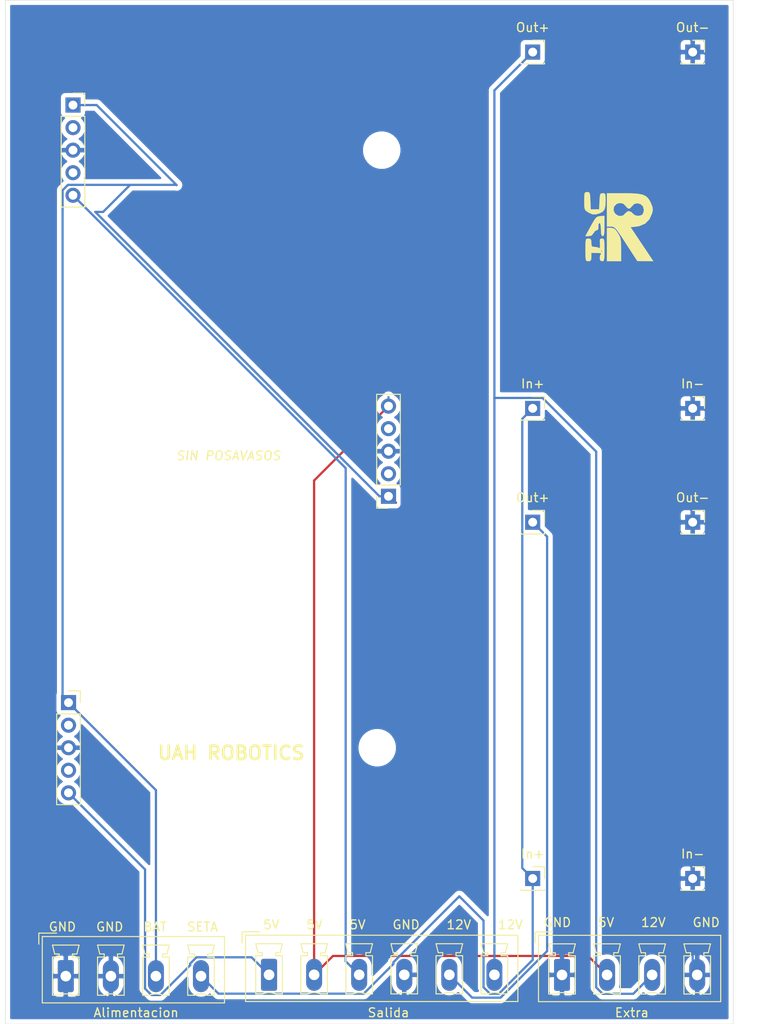
<source format=kicad_pcb>
(kicad_pcb (version 20171130) (host pcbnew "(5.1.7)-1")

  (general
    (thickness 1.6)
    (drawings 30)
    (tracks 68)
    (zones 0)
    (modules 18)
    (nets 15)
  )

  (page A4)
  (layers
    (0 F.Cu signal)
    (31 B.Cu signal)
    (32 B.Adhes user)
    (33 F.Adhes user)
    (34 B.Paste user)
    (35 F.Paste user)
    (36 B.SilkS user)
    (37 F.SilkS user)
    (38 B.Mask user)
    (39 F.Mask user)
    (40 Dwgs.User user)
    (41 Cmts.User user)
    (42 Eco1.User user)
    (43 Eco2.User user)
    (44 Edge.Cuts user)
    (45 Margin user)
    (46 B.CrtYd user)
    (47 F.CrtYd user)
    (48 B.Fab user)
    (49 F.Fab user)
  )

  (setup
    (last_trace_width 0.25)
    (trace_clearance 0.2)
    (zone_clearance 0.508)
    (zone_45_only no)
    (trace_min 0.2)
    (via_size 0.8)
    (via_drill 0.4)
    (via_min_size 0.4)
    (via_min_drill 0.3)
    (uvia_size 0.3)
    (uvia_drill 0.1)
    (uvias_allowed no)
    (uvia_min_size 0.2)
    (uvia_min_drill 0.1)
    (edge_width 0.05)
    (segment_width 0.2)
    (pcb_text_width 0.3)
    (pcb_text_size 1.5 1.5)
    (mod_edge_width 0.12)
    (mod_text_size 1 1)
    (mod_text_width 0.15)
    (pad_size 1.524 1.524)
    (pad_drill 0.762)
    (pad_to_mask_clearance 0)
    (aux_axis_origin 0 0)
    (visible_elements 7FFFFFFF)
    (pcbplotparams
      (layerselection 0x010fc_ffffffff)
      (usegerberextensions false)
      (usegerberattributes true)
      (usegerberadvancedattributes true)
      (creategerberjobfile true)
      (excludeedgelayer true)
      (linewidth 0.100000)
      (plotframeref false)
      (viasonmask false)
      (mode 1)
      (useauxorigin false)
      (hpglpennumber 1)
      (hpglpenspeed 20)
      (hpglpendiameter 15.000000)
      (psnegative false)
      (psa4output false)
      (plotreference true)
      (plotvalue true)
      (plotinvisibletext false)
      (padsonsilk false)
      (subtractmaskfromsilk false)
      (outputformat 1)
      (mirror false)
      (drillshape 0)
      (scaleselection 1)
      (outputdirectory "gerber/"))
  )

  (net 0 "")
  (net 1 +15V)
  (net 2 +BATT)
  (net 3 GND)
  (net 4 5.1)
  (net 5 5.2)
  (net 6 5.3)
  (net 7 12.1)
  (net 8 12.2)
  (net 9 "Net-(Regulador5.3-Pad2)")
  (net 10 "Net-(Regulador5.3-Pad4)")
  (net 11 "Net-(Regulador5.1-Pad4)")
  (net 12 "Net-(Regulador5.1-Pad2)")
  (net 13 "Net-(Regulador5.2-Pad2)")
  (net 14 "Net-(Regulador5.2-Pad4)")

  (net_class Default "This is the default net class."
    (clearance 0.2)
    (trace_width 0.25)
    (via_dia 0.8)
    (via_drill 0.4)
    (uvia_dia 0.3)
    (uvia_drill 0.1)
    (add_net +15V)
    (add_net +BATT)
    (add_net 12.1)
    (add_net 12.2)
    (add_net 5.1)
    (add_net 5.2)
    (add_net 5.3)
    (add_net GND)
    (add_net "Net-(Regulador5.1-Pad2)")
    (add_net "Net-(Regulador5.1-Pad4)")
    (add_net "Net-(Regulador5.2-Pad2)")
    (add_net "Net-(Regulador5.2-Pad4)")
    (add_net "Net-(Regulador5.3-Pad2)")
    (add_net "Net-(Regulador5.3-Pad4)")
  )

  (module Connector_Phoenix_MC_HighVoltage:PhoenixContact_MCV_1,5_4-G-5.08_1x04_P5.08mm_Vertical (layer F.Cu) (tedit 5B784ED3) (tstamp 5FD66835)
    (at 173.99 154.7495)
    (descr "Generic Phoenix Contact connector footprint for: MCV_1,5/4-G-5.08; number of pins: 04; pin pitch: 5.08mm; Vertical || order number: 1836312 8A 320V")
    (tags "phoenix_contact connector MCV_01x04_G_5.08mm")
    (path /5F9C2749)
    (fp_text reference "GND    5V    12V    GND" (at 7.874 -5.9055) (layer F.SilkS)
      (effects (font (size 1 1) (thickness 0.15)))
    )
    (fp_text value Screw_Terminal_01x04 (at 7.62 4.1) (layer F.Fab)
      (effects (font (size 1 1) (thickness 0.15)))
    )
    (fp_line (start -3.04 -4.85) (end -1.04 -4.85) (layer F.Fab) (width 0.1))
    (fp_line (start -3.04 -3.6) (end -3.04 -4.85) (layer F.Fab) (width 0.1))
    (fp_line (start -3.04 -4.85) (end -1.04 -4.85) (layer F.SilkS) (width 0.12))
    (fp_line (start -3.04 -3.6) (end -3.04 -4.85) (layer F.SilkS) (width 0.12))
    (fp_line (start 18.28 -4.85) (end -3.04 -4.85) (layer F.CrtYd) (width 0.05))
    (fp_line (start 18.28 3.4) (end 18.28 -4.85) (layer F.CrtYd) (width 0.05))
    (fp_line (start -3.04 3.4) (end 18.28 3.4) (layer F.CrtYd) (width 0.05))
    (fp_line (start -3.04 -4.85) (end -3.04 3.4) (layer F.CrtYd) (width 0.05))
    (fp_line (start 16.74 2.15) (end 15.99 2.15) (layer F.SilkS) (width 0.12))
    (fp_line (start 16.74 -2.15) (end 16.74 2.15) (layer F.SilkS) (width 0.12))
    (fp_line (start 15.99 -2.15) (end 16.74 -2.15) (layer F.SilkS) (width 0.12))
    (fp_line (start 15.99 -2.5) (end 15.99 -2.15) (layer F.SilkS) (width 0.12))
    (fp_line (start 16.49 -2.5) (end 15.99 -2.5) (layer F.SilkS) (width 0.12))
    (fp_line (start 16.74 -3.5) (end 16.49 -2.5) (layer F.SilkS) (width 0.12))
    (fp_line (start 13.74 -3.5) (end 16.74 -3.5) (layer F.SilkS) (width 0.12))
    (fp_line (start 13.99 -2.5) (end 13.74 -3.5) (layer F.SilkS) (width 0.12))
    (fp_line (start 14.49 -2.5) (end 13.99 -2.5) (layer F.SilkS) (width 0.12))
    (fp_line (start 14.49 -2.15) (end 14.49 -2.5) (layer F.SilkS) (width 0.12))
    (fp_line (start 13.74 -2.15) (end 14.49 -2.15) (layer F.SilkS) (width 0.12))
    (fp_line (start 13.74 2.15) (end 13.74 -2.15) (layer F.SilkS) (width 0.12))
    (fp_line (start 14.49 2.15) (end 13.74 2.15) (layer F.SilkS) (width 0.12))
    (fp_line (start 11.66 2.15) (end 10.91 2.15) (layer F.SilkS) (width 0.12))
    (fp_line (start 11.66 -2.15) (end 11.66 2.15) (layer F.SilkS) (width 0.12))
    (fp_line (start 10.91 -2.15) (end 11.66 -2.15) (layer F.SilkS) (width 0.12))
    (fp_line (start 10.91 -2.5) (end 10.91 -2.15) (layer F.SilkS) (width 0.12))
    (fp_line (start 11.41 -2.5) (end 10.91 -2.5) (layer F.SilkS) (width 0.12))
    (fp_line (start 11.66 -3.5) (end 11.41 -2.5) (layer F.SilkS) (width 0.12))
    (fp_line (start 8.66 -3.5) (end 11.66 -3.5) (layer F.SilkS) (width 0.12))
    (fp_line (start 8.91 -2.5) (end 8.66 -3.5) (layer F.SilkS) (width 0.12))
    (fp_line (start 9.41 -2.5) (end 8.91 -2.5) (layer F.SilkS) (width 0.12))
    (fp_line (start 9.41 -2.15) (end 9.41 -2.5) (layer F.SilkS) (width 0.12))
    (fp_line (start 8.66 -2.15) (end 9.41 -2.15) (layer F.SilkS) (width 0.12))
    (fp_line (start 8.66 2.15) (end 8.66 -2.15) (layer F.SilkS) (width 0.12))
    (fp_line (start 9.41 2.15) (end 8.66 2.15) (layer F.SilkS) (width 0.12))
    (fp_line (start 6.58 2.15) (end 5.83 2.15) (layer F.SilkS) (width 0.12))
    (fp_line (start 6.58 -2.15) (end 6.58 2.15) (layer F.SilkS) (width 0.12))
    (fp_line (start 5.83 -2.15) (end 6.58 -2.15) (layer F.SilkS) (width 0.12))
    (fp_line (start 5.83 -2.5) (end 5.83 -2.15) (layer F.SilkS) (width 0.12))
    (fp_line (start 6.33 -2.5) (end 5.83 -2.5) (layer F.SilkS) (width 0.12))
    (fp_line (start 6.58 -3.5) (end 6.33 -2.5) (layer F.SilkS) (width 0.12))
    (fp_line (start 3.58 -3.5) (end 6.58 -3.5) (layer F.SilkS) (width 0.12))
    (fp_line (start 3.83 -2.5) (end 3.58 -3.5) (layer F.SilkS) (width 0.12))
    (fp_line (start 4.33 -2.5) (end 3.83 -2.5) (layer F.SilkS) (width 0.12))
    (fp_line (start 4.33 -2.15) (end 4.33 -2.5) (layer F.SilkS) (width 0.12))
    (fp_line (start 3.58 -2.15) (end 4.33 -2.15) (layer F.SilkS) (width 0.12))
    (fp_line (start 3.58 2.15) (end 3.58 -2.15) (layer F.SilkS) (width 0.12))
    (fp_line (start 4.33 2.15) (end 3.58 2.15) (layer F.SilkS) (width 0.12))
    (fp_line (start 1.5 2.15) (end 0.75 2.15) (layer F.SilkS) (width 0.12))
    (fp_line (start 1.5 -2.15) (end 1.5 2.15) (layer F.SilkS) (width 0.12))
    (fp_line (start 0.75 -2.15) (end 1.5 -2.15) (layer F.SilkS) (width 0.12))
    (fp_line (start 0.75 -2.5) (end 0.75 -2.15) (layer F.SilkS) (width 0.12))
    (fp_line (start 1.25 -2.5) (end 0.75 -2.5) (layer F.SilkS) (width 0.12))
    (fp_line (start 1.5 -3.5) (end 1.25 -2.5) (layer F.SilkS) (width 0.12))
    (fp_line (start -1.5 -3.5) (end 1.5 -3.5) (layer F.SilkS) (width 0.12))
    (fp_line (start -1.25 -2.5) (end -1.5 -3.5) (layer F.SilkS) (width 0.12))
    (fp_line (start -0.75 -2.5) (end -1.25 -2.5) (layer F.SilkS) (width 0.12))
    (fp_line (start -0.75 -2.15) (end -0.75 -2.5) (layer F.SilkS) (width 0.12))
    (fp_line (start -1.5 -2.15) (end -0.75 -2.15) (layer F.SilkS) (width 0.12))
    (fp_line (start -1.5 2.15) (end -1.5 -2.15) (layer F.SilkS) (width 0.12))
    (fp_line (start -0.75 2.15) (end -1.5 2.15) (layer F.SilkS) (width 0.12))
    (fp_line (start 17.78 -4.35) (end -2.54 -4.35) (layer F.Fab) (width 0.1))
    (fp_line (start 17.78 2.9) (end 17.78 -4.35) (layer F.Fab) (width 0.1))
    (fp_line (start -2.54 2.9) (end 17.78 2.9) (layer F.Fab) (width 0.1))
    (fp_line (start -2.54 -4.35) (end -2.54 2.9) (layer F.Fab) (width 0.1))
    (fp_line (start 17.89 -4.46) (end -2.65 -4.46) (layer F.SilkS) (width 0.12))
    (fp_line (start 17.89 3.01) (end 17.89 -4.46) (layer F.SilkS) (width 0.12))
    (fp_line (start -2.65 3.01) (end 17.89 3.01) (layer F.SilkS) (width 0.12))
    (fp_line (start -2.65 -4.46) (end -2.65 3.01) (layer F.SilkS) (width 0.12))
    (fp_text user Extra (at 7.874 4.2545) (layer F.Fab)
      (effects (font (size 1 1) (thickness 0.15)))
    )
    (fp_arc (start 15.24 3.85) (end 14.49 2.15) (angle 47.6) (layer F.SilkS) (width 0.12))
    (fp_arc (start 10.16 3.85) (end 9.41 2.15) (angle 47.6) (layer F.SilkS) (width 0.12))
    (fp_arc (start 5.08 3.85) (end 4.33 2.15) (angle 47.6) (layer F.SilkS) (width 0.12))
    (fp_arc (start 0 3.85) (end -0.75 2.15) (angle 47.6) (layer F.SilkS) (width 0.12))
    (pad 4 thru_hole oval (at 15.24 0) (size 1.8 3.6) (drill 1.2) (layers *.Cu *.Mask)
      (net 3 GND))
    (pad 3 thru_hole oval (at 10.16 0) (size 1.8 3.6) (drill 1.2) (layers *.Cu *.Mask)
      (net 8 12.2))
    (pad 2 thru_hole oval (at 5.08 0) (size 1.8 3.6) (drill 1.2) (layers *.Cu *.Mask)
      (net 5 5.2))
    (pad 1 thru_hole roundrect (at 0 0) (size 1.8 3.6) (drill 1.2) (layers *.Cu *.Mask) (roundrect_rratio 0.1388888888888889)
      (net 3 GND))
    (model ${KISYS3DMOD}/Connector_Phoenix_MC_HighVoltage.3dshapes/PhoenixContact_MCV_1,5_4-G-5.08_1x04_P5.08mm_Vertical.wrl
      (at (xyz 0 0 0))
      (scale (xyz 1 1 1))
      (rotate (xyz 0 0 0))
    )
  )

  (module Connector_Phoenix_MC_HighVoltage:PhoenixContact_MCV_1,5_4-G-5.08_1x04_P5.08mm_Vertical (layer F.Cu) (tedit 5B784ED3) (tstamp 5FD667E4)
    (at 118.0592 154.8892)
    (descr "Generic Phoenix Contact connector footprint for: MCV_1,5/4-G-5.08; number of pins: 04; pin pitch: 5.08mm; Vertical || order number: 1836312 8A 320V")
    (tags "phoenix_contact connector MCV_01x04_G_5.08mm")
    (path /5F9BFAA0)
    (fp_text reference "GND   GND   BAT   SETA" (at 7.62 -5.55) (layer F.SilkS)
      (effects (font (size 1 1) (thickness 0.15)))
    )
    (fp_text value Screw_Terminal_01x04 (at 7.62 4.1) (layer F.Fab)
      (effects (font (size 1 1) (thickness 0.15)))
    )
    (fp_line (start -3.04 -4.85) (end -1.04 -4.85) (layer F.Fab) (width 0.1))
    (fp_line (start -3.04 -3.6) (end -3.04 -4.85) (layer F.Fab) (width 0.1))
    (fp_line (start -3.04 -4.85) (end -1.04 -4.85) (layer F.SilkS) (width 0.12))
    (fp_line (start -3.04 -3.6) (end -3.04 -4.85) (layer F.SilkS) (width 0.12))
    (fp_line (start 18.28 -4.85) (end -3.04 -4.85) (layer F.CrtYd) (width 0.05))
    (fp_line (start 18.28 3.4) (end 18.28 -4.85) (layer F.CrtYd) (width 0.05))
    (fp_line (start -3.04 3.4) (end 18.28 3.4) (layer F.CrtYd) (width 0.05))
    (fp_line (start -3.04 -4.85) (end -3.04 3.4) (layer F.CrtYd) (width 0.05))
    (fp_line (start 16.74 2.15) (end 15.99 2.15) (layer F.SilkS) (width 0.12))
    (fp_line (start 16.74 -2.15) (end 16.74 2.15) (layer F.SilkS) (width 0.12))
    (fp_line (start 15.99 -2.15) (end 16.74 -2.15) (layer F.SilkS) (width 0.12))
    (fp_line (start 15.99 -2.5) (end 15.99 -2.15) (layer F.SilkS) (width 0.12))
    (fp_line (start 16.49 -2.5) (end 15.99 -2.5) (layer F.SilkS) (width 0.12))
    (fp_line (start 16.74 -3.5) (end 16.49 -2.5) (layer F.SilkS) (width 0.12))
    (fp_line (start 13.74 -3.5) (end 16.74 -3.5) (layer F.SilkS) (width 0.12))
    (fp_line (start 13.99 -2.5) (end 13.74 -3.5) (layer F.SilkS) (width 0.12))
    (fp_line (start 14.49 -2.5) (end 13.99 -2.5) (layer F.SilkS) (width 0.12))
    (fp_line (start 14.49 -2.15) (end 14.49 -2.5) (layer F.SilkS) (width 0.12))
    (fp_line (start 13.74 -2.15) (end 14.49 -2.15) (layer F.SilkS) (width 0.12))
    (fp_line (start 13.74 2.15) (end 13.74 -2.15) (layer F.SilkS) (width 0.12))
    (fp_line (start 14.49 2.15) (end 13.74 2.15) (layer F.SilkS) (width 0.12))
    (fp_line (start 11.66 2.15) (end 10.91 2.15) (layer F.SilkS) (width 0.12))
    (fp_line (start 11.66 -2.15) (end 11.66 2.15) (layer F.SilkS) (width 0.12))
    (fp_line (start 10.91 -2.15) (end 11.66 -2.15) (layer F.SilkS) (width 0.12))
    (fp_line (start 10.91 -2.5) (end 10.91 -2.15) (layer F.SilkS) (width 0.12))
    (fp_line (start 11.41 -2.5) (end 10.91 -2.5) (layer F.SilkS) (width 0.12))
    (fp_line (start 11.66 -3.5) (end 11.41 -2.5) (layer F.SilkS) (width 0.12))
    (fp_line (start 8.66 -3.5) (end 11.66 -3.5) (layer F.SilkS) (width 0.12))
    (fp_line (start 8.91 -2.5) (end 8.66 -3.5) (layer F.SilkS) (width 0.12))
    (fp_line (start 9.41 -2.5) (end 8.91 -2.5) (layer F.SilkS) (width 0.12))
    (fp_line (start 9.41 -2.15) (end 9.41 -2.5) (layer F.SilkS) (width 0.12))
    (fp_line (start 8.66 -2.15) (end 9.41 -2.15) (layer F.SilkS) (width 0.12))
    (fp_line (start 8.66 2.15) (end 8.66 -2.15) (layer F.SilkS) (width 0.12))
    (fp_line (start 9.41 2.15) (end 8.66 2.15) (layer F.SilkS) (width 0.12))
    (fp_line (start 6.58 2.15) (end 5.83 2.15) (layer F.SilkS) (width 0.12))
    (fp_line (start 6.58 -2.15) (end 6.58 2.15) (layer F.SilkS) (width 0.12))
    (fp_line (start 5.83 -2.15) (end 6.58 -2.15) (layer F.SilkS) (width 0.12))
    (fp_line (start 5.83 -2.5) (end 5.83 -2.15) (layer F.SilkS) (width 0.12))
    (fp_line (start 6.33 -2.5) (end 5.83 -2.5) (layer F.SilkS) (width 0.12))
    (fp_line (start 6.58 -3.5) (end 6.33 -2.5) (layer F.SilkS) (width 0.12))
    (fp_line (start 3.58 -3.5) (end 6.58 -3.5) (layer F.SilkS) (width 0.12))
    (fp_line (start 3.83 -2.5) (end 3.58 -3.5) (layer F.SilkS) (width 0.12))
    (fp_line (start 4.33 -2.5) (end 3.83 -2.5) (layer F.SilkS) (width 0.12))
    (fp_line (start 4.33 -2.15) (end 4.33 -2.5) (layer F.SilkS) (width 0.12))
    (fp_line (start 3.58 -2.15) (end 4.33 -2.15) (layer F.SilkS) (width 0.12))
    (fp_line (start 3.58 2.15) (end 3.58 -2.15) (layer F.SilkS) (width 0.12))
    (fp_line (start 4.33 2.15) (end 3.58 2.15) (layer F.SilkS) (width 0.12))
    (fp_line (start 1.5 2.15) (end 0.75 2.15) (layer F.SilkS) (width 0.12))
    (fp_line (start 1.5 -2.15) (end 1.5 2.15) (layer F.SilkS) (width 0.12))
    (fp_line (start 0.75 -2.15) (end 1.5 -2.15) (layer F.SilkS) (width 0.12))
    (fp_line (start 0.75 -2.5) (end 0.75 -2.15) (layer F.SilkS) (width 0.12))
    (fp_line (start 1.25 -2.5) (end 0.75 -2.5) (layer F.SilkS) (width 0.12))
    (fp_line (start 1.5 -3.5) (end 1.25 -2.5) (layer F.SilkS) (width 0.12))
    (fp_line (start -1.5 -3.5) (end 1.5 -3.5) (layer F.SilkS) (width 0.12))
    (fp_line (start -1.25 -2.5) (end -1.5 -3.5) (layer F.SilkS) (width 0.12))
    (fp_line (start -0.75 -2.5) (end -1.25 -2.5) (layer F.SilkS) (width 0.12))
    (fp_line (start -0.75 -2.15) (end -0.75 -2.5) (layer F.SilkS) (width 0.12))
    (fp_line (start -1.5 -2.15) (end -0.75 -2.15) (layer F.SilkS) (width 0.12))
    (fp_line (start -1.5 2.15) (end -1.5 -2.15) (layer F.SilkS) (width 0.12))
    (fp_line (start -0.75 2.15) (end -1.5 2.15) (layer F.SilkS) (width 0.12))
    (fp_line (start 17.78 -4.35) (end -2.54 -4.35) (layer F.Fab) (width 0.1))
    (fp_line (start 17.78 2.9) (end 17.78 -4.35) (layer F.Fab) (width 0.1))
    (fp_line (start -2.54 2.9) (end 17.78 2.9) (layer F.Fab) (width 0.1))
    (fp_line (start -2.54 -4.35) (end -2.54 2.9) (layer F.Fab) (width 0.1))
    (fp_line (start 17.89 -4.46) (end -2.65 -4.46) (layer F.SilkS) (width 0.12))
    (fp_line (start 17.89 3.01) (end 17.89 -4.46) (layer F.SilkS) (width 0.12))
    (fp_line (start -2.65 3.01) (end 17.89 3.01) (layer F.SilkS) (width 0.12))
    (fp_line (start -2.65 -4.46) (end -2.65 3.01) (layer F.SilkS) (width 0.12))
    (fp_text user Alimentacion (at 7.9248 4.1148) (layer F.Fab)
      (effects (font (size 1 1) (thickness 0.15)))
    )
    (fp_arc (start 15.24 3.85) (end 14.49 2.15) (angle 47.6) (layer F.SilkS) (width 0.12))
    (fp_arc (start 10.16 3.85) (end 9.41 2.15) (angle 47.6) (layer F.SilkS) (width 0.12))
    (fp_arc (start 5.08 3.85) (end 4.33 2.15) (angle 47.6) (layer F.SilkS) (width 0.12))
    (fp_arc (start 0 3.85) (end -0.75 2.15) (angle 47.6) (layer F.SilkS) (width 0.12))
    (pad 4 thru_hole oval (at 15.24 0) (size 1.8 3.6) (drill 1.2) (layers *.Cu *.Mask)
      (net 1 +15V))
    (pad 3 thru_hole oval (at 10.16 0) (size 1.8 3.6) (drill 1.2) (layers *.Cu *.Mask)
      (net 2 +BATT))
    (pad 2 thru_hole oval (at 5.08 0) (size 1.8 3.6) (drill 1.2) (layers *.Cu *.Mask)
      (net 3 GND))
    (pad 1 thru_hole roundrect (at 0 0) (size 1.8 3.6) (drill 1.2) (layers *.Cu *.Mask) (roundrect_rratio 0.1388888888888889)
      (net 3 GND))
    (model ${KISYS3DMOD}/Connector_Phoenix_MC_HighVoltage.3dshapes/PhoenixContact_MCV_1,5_4-G-5.08_1x04_P5.08mm_Vertical.wrl
      (at (xyz 0 0 0))
      (scale (xyz 1 1 1))
      (rotate (xyz 0 0 0))
    )
  )

  (module Connector_Phoenix_MC_HighVoltage:PhoenixContact_MCV_1,5_6-G-5.08_1x06_P5.08mm_Vertical (layer F.Cu) (tedit 5B784ED3) (tstamp 5FD657F1)
    (at 140.97 154.7368)
    (descr "Generic Phoenix Contact connector footprint for: MCV_1,5/6-G-5.08; number of pins: 06; pin pitch: 5.08mm; Vertical || order number: 1836338 8A 320V")
    (tags "phoenix_contact connector MCV_01x06_G_5.08mm")
    (path /5FD79E25)
    (fp_text reference "5V    5V    5V    GND    12V    12V" (at 13.97 -5.6388) (layer F.SilkS)
      (effects (font (size 1 1) (thickness 0.15)))
    )
    (fp_text value Screw_Terminal_01x06 (at 12.7 4.1) (layer F.Fab)
      (effects (font (size 1 1) (thickness 0.15)))
    )
    (fp_line (start -3.04 -4.85) (end -1.04 -4.85) (layer F.Fab) (width 0.1))
    (fp_line (start -3.04 -3.6) (end -3.04 -4.85) (layer F.Fab) (width 0.1))
    (fp_line (start -3.04 -4.85) (end -1.04 -4.85) (layer F.SilkS) (width 0.12))
    (fp_line (start -3.04 -3.6) (end -3.04 -4.85) (layer F.SilkS) (width 0.12))
    (fp_line (start 28.44 -4.85) (end -3.04 -4.85) (layer F.CrtYd) (width 0.05))
    (fp_line (start 28.44 3.4) (end 28.44 -4.85) (layer F.CrtYd) (width 0.05))
    (fp_line (start -3.04 3.4) (end 28.44 3.4) (layer F.CrtYd) (width 0.05))
    (fp_line (start -3.04 -4.85) (end -3.04 3.4) (layer F.CrtYd) (width 0.05))
    (fp_line (start 26.9 2.15) (end 26.15 2.15) (layer F.SilkS) (width 0.12))
    (fp_line (start 26.9 -2.15) (end 26.9 2.15) (layer F.SilkS) (width 0.12))
    (fp_line (start 26.15 -2.15) (end 26.9 -2.15) (layer F.SilkS) (width 0.12))
    (fp_line (start 26.15 -2.5) (end 26.15 -2.15) (layer F.SilkS) (width 0.12))
    (fp_line (start 26.65 -2.5) (end 26.15 -2.5) (layer F.SilkS) (width 0.12))
    (fp_line (start 26.9 -3.5) (end 26.65 -2.5) (layer F.SilkS) (width 0.12))
    (fp_line (start 23.9 -3.5) (end 26.9 -3.5) (layer F.SilkS) (width 0.12))
    (fp_line (start 24.15 -2.5) (end 23.9 -3.5) (layer F.SilkS) (width 0.12))
    (fp_line (start 24.65 -2.5) (end 24.15 -2.5) (layer F.SilkS) (width 0.12))
    (fp_line (start 24.65 -2.15) (end 24.65 -2.5) (layer F.SilkS) (width 0.12))
    (fp_line (start 23.9 -2.15) (end 24.65 -2.15) (layer F.SilkS) (width 0.12))
    (fp_line (start 23.9 2.15) (end 23.9 -2.15) (layer F.SilkS) (width 0.12))
    (fp_line (start 24.65 2.15) (end 23.9 2.15) (layer F.SilkS) (width 0.12))
    (fp_line (start 21.82 2.15) (end 21.07 2.15) (layer F.SilkS) (width 0.12))
    (fp_line (start 21.82 -2.15) (end 21.82 2.15) (layer F.SilkS) (width 0.12))
    (fp_line (start 21.07 -2.15) (end 21.82 -2.15) (layer F.SilkS) (width 0.12))
    (fp_line (start 21.07 -2.5) (end 21.07 -2.15) (layer F.SilkS) (width 0.12))
    (fp_line (start 21.57 -2.5) (end 21.07 -2.5) (layer F.SilkS) (width 0.12))
    (fp_line (start 21.82 -3.5) (end 21.57 -2.5) (layer F.SilkS) (width 0.12))
    (fp_line (start 18.82 -3.5) (end 21.82 -3.5) (layer F.SilkS) (width 0.12))
    (fp_line (start 19.07 -2.5) (end 18.82 -3.5) (layer F.SilkS) (width 0.12))
    (fp_line (start 19.57 -2.5) (end 19.07 -2.5) (layer F.SilkS) (width 0.12))
    (fp_line (start 19.57 -2.15) (end 19.57 -2.5) (layer F.SilkS) (width 0.12))
    (fp_line (start 18.82 -2.15) (end 19.57 -2.15) (layer F.SilkS) (width 0.12))
    (fp_line (start 18.82 2.15) (end 18.82 -2.15) (layer F.SilkS) (width 0.12))
    (fp_line (start 19.57 2.15) (end 18.82 2.15) (layer F.SilkS) (width 0.12))
    (fp_line (start 16.74 2.15) (end 15.99 2.15) (layer F.SilkS) (width 0.12))
    (fp_line (start 16.74 -2.15) (end 16.74 2.15) (layer F.SilkS) (width 0.12))
    (fp_line (start 15.99 -2.15) (end 16.74 -2.15) (layer F.SilkS) (width 0.12))
    (fp_line (start 15.99 -2.5) (end 15.99 -2.15) (layer F.SilkS) (width 0.12))
    (fp_line (start 16.49 -2.5) (end 15.99 -2.5) (layer F.SilkS) (width 0.12))
    (fp_line (start 16.74 -3.5) (end 16.49 -2.5) (layer F.SilkS) (width 0.12))
    (fp_line (start 13.74 -3.5) (end 16.74 -3.5) (layer F.SilkS) (width 0.12))
    (fp_line (start 13.99 -2.5) (end 13.74 -3.5) (layer F.SilkS) (width 0.12))
    (fp_line (start 14.49 -2.5) (end 13.99 -2.5) (layer F.SilkS) (width 0.12))
    (fp_line (start 14.49 -2.15) (end 14.49 -2.5) (layer F.SilkS) (width 0.12))
    (fp_line (start 13.74 -2.15) (end 14.49 -2.15) (layer F.SilkS) (width 0.12))
    (fp_line (start 13.74 2.15) (end 13.74 -2.15) (layer F.SilkS) (width 0.12))
    (fp_line (start 14.49 2.15) (end 13.74 2.15) (layer F.SilkS) (width 0.12))
    (fp_line (start 11.66 2.15) (end 10.91 2.15) (layer F.SilkS) (width 0.12))
    (fp_line (start 11.66 -2.15) (end 11.66 2.15) (layer F.SilkS) (width 0.12))
    (fp_line (start 10.91 -2.15) (end 11.66 -2.15) (layer F.SilkS) (width 0.12))
    (fp_line (start 10.91 -2.5) (end 10.91 -2.15) (layer F.SilkS) (width 0.12))
    (fp_line (start 11.41 -2.5) (end 10.91 -2.5) (layer F.SilkS) (width 0.12))
    (fp_line (start 11.66 -3.5) (end 11.41 -2.5) (layer F.SilkS) (width 0.12))
    (fp_line (start 8.66 -3.5) (end 11.66 -3.5) (layer F.SilkS) (width 0.12))
    (fp_line (start 8.91 -2.5) (end 8.66 -3.5) (layer F.SilkS) (width 0.12))
    (fp_line (start 9.41 -2.5) (end 8.91 -2.5) (layer F.SilkS) (width 0.12))
    (fp_line (start 9.41 -2.15) (end 9.41 -2.5) (layer F.SilkS) (width 0.12))
    (fp_line (start 8.66 -2.15) (end 9.41 -2.15) (layer F.SilkS) (width 0.12))
    (fp_line (start 8.66 2.15) (end 8.66 -2.15) (layer F.SilkS) (width 0.12))
    (fp_line (start 9.41 2.15) (end 8.66 2.15) (layer F.SilkS) (width 0.12))
    (fp_line (start 6.58 2.15) (end 5.83 2.15) (layer F.SilkS) (width 0.12))
    (fp_line (start 6.58 -2.15) (end 6.58 2.15) (layer F.SilkS) (width 0.12))
    (fp_line (start 5.83 -2.15) (end 6.58 -2.15) (layer F.SilkS) (width 0.12))
    (fp_line (start 5.83 -2.5) (end 5.83 -2.15) (layer F.SilkS) (width 0.12))
    (fp_line (start 6.33 -2.5) (end 5.83 -2.5) (layer F.SilkS) (width 0.12))
    (fp_line (start 6.58 -3.5) (end 6.33 -2.5) (layer F.SilkS) (width 0.12))
    (fp_line (start 3.58 -3.5) (end 6.58 -3.5) (layer F.SilkS) (width 0.12))
    (fp_line (start 3.83 -2.5) (end 3.58 -3.5) (layer F.SilkS) (width 0.12))
    (fp_line (start 4.33 -2.5) (end 3.83 -2.5) (layer F.SilkS) (width 0.12))
    (fp_line (start 4.33 -2.15) (end 4.33 -2.5) (layer F.SilkS) (width 0.12))
    (fp_line (start 3.58 -2.15) (end 4.33 -2.15) (layer F.SilkS) (width 0.12))
    (fp_line (start 3.58 2.15) (end 3.58 -2.15) (layer F.SilkS) (width 0.12))
    (fp_line (start 4.33 2.15) (end 3.58 2.15) (layer F.SilkS) (width 0.12))
    (fp_line (start 1.5 2.15) (end 0.75 2.15) (layer F.SilkS) (width 0.12))
    (fp_line (start 1.5 -2.15) (end 1.5 2.15) (layer F.SilkS) (width 0.12))
    (fp_line (start 0.75 -2.15) (end 1.5 -2.15) (layer F.SilkS) (width 0.12))
    (fp_line (start 0.75 -2.5) (end 0.75 -2.15) (layer F.SilkS) (width 0.12))
    (fp_line (start 1.25 -2.5) (end 0.75 -2.5) (layer F.SilkS) (width 0.12))
    (fp_line (start 1.5 -3.5) (end 1.25 -2.5) (layer F.SilkS) (width 0.12))
    (fp_line (start -1.5 -3.5) (end 1.5 -3.5) (layer F.SilkS) (width 0.12))
    (fp_line (start -1.25 -2.5) (end -1.5 -3.5) (layer F.SilkS) (width 0.12))
    (fp_line (start -0.75 -2.5) (end -1.25 -2.5) (layer F.SilkS) (width 0.12))
    (fp_line (start -0.75 -2.15) (end -0.75 -2.5) (layer F.SilkS) (width 0.12))
    (fp_line (start -1.5 -2.15) (end -0.75 -2.15) (layer F.SilkS) (width 0.12))
    (fp_line (start -1.5 2.15) (end -1.5 -2.15) (layer F.SilkS) (width 0.12))
    (fp_line (start -0.75 2.15) (end -1.5 2.15) (layer F.SilkS) (width 0.12))
    (fp_line (start 27.94 -4.35) (end -2.54 -4.35) (layer F.Fab) (width 0.1))
    (fp_line (start 27.94 2.9) (end 27.94 -4.35) (layer F.Fab) (width 0.1))
    (fp_line (start -2.54 2.9) (end 27.94 2.9) (layer F.Fab) (width 0.1))
    (fp_line (start -2.54 -4.35) (end -2.54 2.9) (layer F.Fab) (width 0.1))
    (fp_line (start 28.05 -4.46) (end -2.65 -4.46) (layer F.SilkS) (width 0.12))
    (fp_line (start 28.05 3.01) (end 28.05 -4.46) (layer F.SilkS) (width 0.12))
    (fp_line (start -2.65 3.01) (end 28.05 3.01) (layer F.SilkS) (width 0.12))
    (fp_line (start -2.65 -4.46) (end -2.65 3.01) (layer F.SilkS) (width 0.12))
    (fp_text user Salida (at 13.462 4.2672) (layer F.Fab)
      (effects (font (size 1 1) (thickness 0.15)))
    )
    (fp_arc (start 25.4 3.85) (end 24.65 2.15) (angle 47.6) (layer F.SilkS) (width 0.12))
    (fp_arc (start 20.32 3.85) (end 19.57 2.15) (angle 47.6) (layer F.SilkS) (width 0.12))
    (fp_arc (start 15.24 3.85) (end 14.49 2.15) (angle 47.6) (layer F.SilkS) (width 0.12))
    (fp_arc (start 10.16 3.85) (end 9.41 2.15) (angle 47.6) (layer F.SilkS) (width 0.12))
    (fp_arc (start 5.08 3.85) (end 4.33 2.15) (angle 47.6) (layer F.SilkS) (width 0.12))
    (fp_arc (start 0 3.85) (end -0.75 2.15) (angle 47.6) (layer F.SilkS) (width 0.12))
    (pad 6 thru_hole oval (at 25.4 0) (size 1.8 3.6) (drill 1.2) (layers *.Cu *.Mask)
      (net 8 12.2))
    (pad 5 thru_hole oval (at 20.32 0) (size 1.8 3.6) (drill 1.2) (layers *.Cu *.Mask)
      (net 7 12.1))
    (pad 4 thru_hole oval (at 15.24 0) (size 1.8 3.6) (drill 1.2) (layers *.Cu *.Mask)
      (net 3 GND))
    (pad 3 thru_hole oval (at 10.16 0) (size 1.8 3.6) (drill 1.2) (layers *.Cu *.Mask)
      (net 6 5.3))
    (pad 2 thru_hole oval (at 5.08 0) (size 1.8 3.6) (drill 1.2) (layers *.Cu *.Mask)
      (net 5 5.2))
    (pad 1 thru_hole roundrect (at 0 0) (size 1.8 3.6) (drill 1.2) (layers *.Cu *.Mask) (roundrect_rratio 0.1388888888888889)
      (net 4 5.1))
    (model ${KISYS3DMOD}/Connector_Phoenix_MC_HighVoltage.3dshapes/PhoenixContact_MCV_1,5_6-G-5.08_1x06_P5.08mm_Vertical.wrl
      (at (xyz 0 0 0))
      (scale (xyz 1 1 1))
      (rotate (xyz 0 0 0))
    )
  )

  (module logo:logo (layer F.Cu) (tedit 0) (tstamp 5FD658EB)
    (at 180.3908 70.4596)
    (fp_text reference G*** (at 14.4145 0.127) (layer F.SilkS) hide
      (effects (font (size 1.524 1.524) (thickness 0.3)))
    )
    (fp_text value LOGO (at 14.5415 -3.937) (layer F.SilkS) hide
      (effects (font (size 1.524 1.524) (thickness 0.3)))
    )
    (fp_poly (pts (xy -3.396406 -3.881774) (xy -3.294306 -3.796742) (xy -3.239176 -3.584821) (xy -3.20923 -3.188573)
      (xy -3.197687 -2.923016) (xy -3.158201 -1.948677) (xy -2.21746 -1.948677) (xy -2.177722 -2.85582)
      (xy -2.150396 -3.336853) (xy -2.105318 -3.608629) (xy -2.018268 -3.730598) (xy -1.865026 -3.762208)
      (xy -1.808145 -3.762963) (xy -1.626045 -3.745341) (xy -1.527294 -3.650656) (xy -1.486511 -3.416183)
      (xy -1.478317 -2.979194) (xy -1.478307 -2.947779) (xy -1.507303 -2.333674) (xy -1.612706 -1.925553)
      (xy -1.822142 -1.665083) (xy -2.163235 -1.493928) (xy -2.167482 -1.492443) (xy -2.63153 -1.366555)
      (xy -2.99291 -1.38651) (xy -3.382033 -1.564289) (xy -3.460582 -1.611225) (xy -3.682878 -1.758279)
      (xy -3.813088 -1.910172) (xy -3.875834 -2.138841) (xy -3.895733 -2.516225) (xy -3.897354 -2.887443)
      (xy -3.89303 -3.400808) (xy -3.867739 -3.70194) (xy -3.802999 -3.847378) (xy -3.680333 -3.893659)
      (xy -3.567263 -3.897354) (xy -3.396406 -3.881774)) (layer F.SilkS) (width 0.01))
    (fp_poly (pts (xy -1.612698 -0.075308) (xy -1.621208 0.498111) (xy -1.652192 0.849845) (xy -1.713839 1.026613)
      (xy -1.814286 1.075132) (xy -1.935855 1.008773) (xy -1.998444 0.775921) (xy -2.015873 0.335979)
      (xy -2.037966 -0.068807) (xy -2.094957 -0.337285) (xy -2.150265 -0.403175) (xy -2.277433 -0.304487)
      (xy -2.304025 0.01003) (xy -2.291684 0.167989) (xy -2.36797 0.367782) (xy -2.480677 0.403175)
      (xy -2.68855 0.513696) (xy -2.846675 0.739153) (xy -3.063148 1.005383) (xy -3.38926 1.075132)
      (xy -3.778763 1.075132) (xy -3.172827 -0.033598) (xy -2.881439 -0.554557) (xy -2.669333 -0.88348)
      (xy -2.492464 -1.06715) (xy -2.306791 -1.152353) (xy -2.089795 -1.184039) (xy -1.612698 -1.225749)
      (xy -1.612698 -0.075308)) (layer F.SilkS) (width 0.01))
    (fp_poly (pts (xy 0.571164 -3.762461) (xy 1.486629 -3.749659) (xy 2.176901 -3.70116) (xy 2.684845 -3.601005)
      (xy 3.053327 -3.433233) (xy 3.325211 -3.181884) (xy 3.543363 -2.830999) (xy 3.643313 -2.618608)
      (xy 3.803416 -2.189067) (xy 3.834063 -1.848301) (xy 3.766382 -1.513463) (xy 3.45445 -0.821705)
      (xy 2.968394 -0.333578) (xy 2.314893 -0.054805) (xy 2.003239 -0.00268) (xy 1.340944 0.067196)
      (xy 2.620544 1.982275) (xy 3.900143 3.897354) (xy 2.083069 3.87984) (xy 0.823328 1.93992)
      (xy 0.363571 1.235518) (xy 0.020818 0.726044) (xy -0.232757 0.379996) (xy -0.424978 0.165873)
      (xy -0.583668 0.052176) (xy -0.736651 0.007402) (xy -0.890164 0) (xy -1.343915 0)
      (xy -1.343915 -1.809067) (xy -0.583482 -1.809067) (xy -0.429667 -1.491053) (xy -0.15322 -1.271086)
      (xy 0.180028 -1.186471) (xy 0.504248 -1.274515) (xy 0.703146 -1.478307) (xy 0.943198 -1.691672)
      (xy 1.142328 -1.74709) (xy 1.423785 -1.641287) (xy 1.58151 -1.478307) (xy 1.846743 -1.274203)
      (xy 2.218627 -1.210251) (xy 2.567029 -1.299411) (xy 2.660952 -1.370794) (xy 2.781926 -1.618842)
      (xy 2.822222 -1.905262) (xy 2.715567 -2.282776) (xy 2.44851 -2.531287) (xy 2.100412 -2.629008)
      (xy 1.750634 -2.554151) (xy 1.478538 -2.284928) (xy 1.473436 -2.275554) (xy 1.282685 -2.066258)
      (xy 1.142328 -2.015873) (xy 0.93052 -2.122296) (xy 0.81122 -2.275554) (xy 0.528135 -2.56583)
      (xy 0.155533 -2.66147) (xy -0.216998 -2.568253) (xy -0.499871 -2.291959) (xy -0.548835 -2.187821)
      (xy -0.583482 -1.809067) (xy -1.343915 -1.809067) (xy -1.343915 -3.762963) (xy 0.571164 -3.762461)) (layer F.SilkS) (width 0.01))
    (fp_poly (pts (xy -0.907143 0.134632) (xy -0.615837 0.172106) (xy -0.389336 0.324153) (xy -0.14495 0.650788)
      (xy -0.100794 0.719888) (xy 0.073663 1.019846) (xy 0.182747 1.299199) (xy 0.241541 1.634717)
      (xy 0.265126 2.103168) (xy 0.268783 2.601129) (xy 0.268783 3.897354) (xy -1.343915 3.897354)
      (xy -1.343915 0.134392) (xy -0.907143 0.134632)) (layer F.SilkS) (width 0.01))
    (fp_poly (pts (xy -1.763982 1.360429) (xy -1.681307 1.443352) (xy -1.635917 1.642757) (xy -1.616739 2.008717)
      (xy -1.612702 2.591303) (xy -1.612698 2.620635) (xy -1.616757 3.214026) (xy -1.635931 3.588533)
      (xy -1.680716 3.794013) (xy -1.76161 3.880325) (xy -1.881481 3.897354) (xy -2.080384 3.831783)
      (xy -2.148316 3.590243) (xy -2.150265 3.505379) (xy -2.098581 3.202342) (xy -1.982275 3.045619)
      (xy -2.000963 3.005126) (xy -2.23257 2.975715) (xy -2.452646 2.967224) (xy -3.091005 2.956614)
      (xy -3.091005 3.426984) (xy -3.116107 3.745076) (xy -3.229068 3.875297) (xy -3.426984 3.897354)
      (xy -3.582631 3.888488) (xy -3.680795 3.828326) (xy -3.734724 3.66652) (xy -3.757669 3.352725)
      (xy -3.762878 2.836593) (xy -3.76291 2.755026) (xy -2.015873 2.755026) (xy -1.948677 2.822222)
      (xy -1.881481 2.755026) (xy -1.948677 2.687831) (xy -2.015873 2.755026) (xy -3.76291 2.755026)
      (xy -3.762963 2.620635) (xy -3.76063 2.029177) (xy -3.744798 1.656154) (xy -3.702217 1.451222)
      (xy -3.619639 1.364032) (xy -3.483815 1.344238) (xy -3.426984 1.343915) (xy -3.199775 1.379058)
      (xy -3.10676 1.537203) (xy -3.091005 1.814286) (xy -3.067638 2.1309) (xy -2.954437 2.260724)
      (xy -2.714709 2.284656) (xy -2.39285 2.32717) (xy -2.210269 2.4128) (xy -2.136285 2.38591)
      (xy -2.119541 2.11553) (xy -2.129728 1.942429) (xy -2.145009 1.571343) (xy -2.094113 1.395782)
      (xy -1.949399 1.345266) (xy -1.895014 1.343915) (xy -1.763982 1.360429)) (layer F.SilkS) (width 0.01))
  )

  (module MountingHole:MountingHole_3.2mm_M3_ISO7380 (layer F.Cu) (tedit 56D1B4CB) (tstamp 5FA936D7)
    (at 153.162 129.159)
    (descr "Mounting Hole 3.2mm, no annular, M3, ISO7380")
    (tags "mounting hole 3.2mm no annular m3 iso7380")
    (path /5FA9BFE2)
    (attr virtual)
    (fp_text reference " " (at 0 -3.937) (layer F.SilkS)
      (effects (font (size 1 1) (thickness 0.15)))
    )
    (fp_text value MountingHole (at 0 3.85) (layer F.Fab)
      (effects (font (size 1 1) (thickness 0.15)))
    )
    (fp_circle (center 0 0) (end 2.85 0) (layer Cmts.User) (width 0.15))
    (fp_circle (center 0 0) (end 3.1 0) (layer F.CrtYd) (width 0.05))
    (pad 1 np_thru_hole circle (at 0 0) (size 3.2 3.2) (drill 3.2) (layers *.Cu *.Mask))
  )

  (module MountingHole:MountingHole_3.2mm_M3_ISO7380 (layer F.Cu) (tedit 56D1B4CB) (tstamp 5FA936CF)
    (at 153.67 61.849)
    (descr "Mounting Hole 3.2mm, no annular, M3, ISO7380")
    (tags "mounting hole 3.2mm no annular m3 iso7380")
    (path /5FA9BC04)
    (attr virtual)
    (fp_text reference " " (at 0 -3.85) (layer F.SilkS)
      (effects (font (size 1 1) (thickness 0.15)))
    )
    (fp_text value MountingHole (at 0 3.85) (layer F.Fab)
      (effects (font (size 1 1) (thickness 0.15)))
    )
    (fp_circle (center 0 0) (end 2.85 0) (layer Cmts.User) (width 0.15))
    (fp_circle (center 0 0) (end 3.1 0) (layer F.CrtYd) (width 0.05))
    (fp_text user %R (at 0.3 0) (layer F.Fab)
      (effects (font (size 1 1) (thickness 0.15)))
    )
    (pad 1 np_thru_hole circle (at 0 0) (size 3.2 3.2) (drill 3.2) (layers *.Cu *.Mask))
  )

  (module MountingHole:MountingHole_3.2mm_M3_ISO7380 (layer F.Cu) (tedit 56D1B4CB) (tstamp 5FA9390E)
    (at 119.634 95.631)
    (descr "Mounting Hole 3.2mm, no annular, M3, ISO7380")
    (tags "mounting hole 3.2mm no annular m3 iso7380")
    (path /5FA9B341)
    (attr virtual)
    (fp_text reference " " (at 0 -3.85) (layer F.SilkS)
      (effects (font (size 1 1) (thickness 0.15)))
    )
    (fp_text value MountingHole (at 0 3.85) (layer F.Fab)
      (effects (font (size 1 1) (thickness 0.15)))
    )
    (fp_circle (center 0 0) (end 2.85 0) (layer Cmts.User) (width 0.15))
    (fp_circle (center 0 0) (end 3.1 0) (layer F.CrtYd) (width 0.05))
    (fp_text user %R (at 0.3 0) (layer F.Fab)
      (effects (font (size 1 1) (thickness 0.15)))
    )
    (pad 1 np_thru_hole circle (at 0 0) (size 3.2 3.2) (drill 3.2) (layers *.Cu *.Mask))
  )

  (module Connector_PinSocket_2.54mm:PinSocket_1x01_P2.54mm_Vertical (layer F.Cu) (tedit 5A19A434) (tstamp 5F9F72CD)
    (at 188.722 90.932)
    (descr "Through hole straight socket strip, 1x01, 2.54mm pitch, single row (from Kicad 4.0.7), script generated")
    (tags "Through hole socket strip THT 1x01 2.54mm single row")
    (path /5F9D6F09)
    (fp_text reference In- (at 0 -2.77) (layer F.SilkS)
      (effects (font (size 1 1) (thickness 0.15)))
    )
    (fp_text value Conn_01x01_Female (at 0 2.77) (layer F.Fab)
      (effects (font (size 1 1) (thickness 0.15)))
    )
    (fp_line (start -1.27 -1.27) (end 0.635 -1.27) (layer F.Fab) (width 0.1))
    (fp_line (start 0.635 -1.27) (end 1.27 -0.635) (layer F.Fab) (width 0.1))
    (fp_line (start 1.27 -0.635) (end 1.27 1.27) (layer F.Fab) (width 0.1))
    (fp_line (start 1.27 1.27) (end -1.27 1.27) (layer F.Fab) (width 0.1))
    (fp_line (start -1.27 1.27) (end -1.27 -1.27) (layer F.Fab) (width 0.1))
    (fp_line (start -1.33 1.33) (end 1.33 1.33) (layer F.SilkS) (width 0.12))
    (fp_line (start -1.33 1.21) (end -1.33 1.33) (layer F.SilkS) (width 0.12))
    (fp_line (start 1.33 1.21) (end 1.33 1.33) (layer F.SilkS) (width 0.12))
    (fp_line (start 1.33 -1.33) (end 1.33 0) (layer F.SilkS) (width 0.12))
    (fp_line (start 0 -1.33) (end 1.33 -1.33) (layer F.SilkS) (width 0.12))
    (fp_line (start -1.8 -1.8) (end 1.75 -1.8) (layer F.CrtYd) (width 0.05))
    (fp_line (start 1.75 -1.8) (end 1.75 1.75) (layer F.CrtYd) (width 0.05))
    (fp_line (start 1.75 1.75) (end -1.8 1.75) (layer F.CrtYd) (width 0.05))
    (fp_line (start -1.8 1.75) (end -1.8 -1.8) (layer F.CrtYd) (width 0.05))
    (pad 1 thru_hole rect (at 0 0) (size 1.7 1.7) (drill 1) (layers *.Cu *.Mask)
      (net 3 GND))
    (model ${KISYS3DMOD}/Connector_PinSocket_2.54mm.3dshapes/PinSocket_1x01_P2.54mm_Vertical.wrl
      (at (xyz 0 0 0))
      (scale (xyz 1 1 1))
      (rotate (xyz 0 0 0))
    )
  )

  (module Connector_PinSocket_2.54mm:PinSocket_1x01_P2.54mm_Vertical (layer F.Cu) (tedit 5A19A434) (tstamp 5F9F72E1)
    (at 188.722 143.891)
    (descr "Through hole straight socket strip, 1x01, 2.54mm pitch, single row (from Kicad 4.0.7), script generated")
    (tags "Through hole socket strip THT 1x01 2.54mm single row")
    (path /5FA06553)
    (fp_text reference In- (at 0 -2.77) (layer F.SilkS)
      (effects (font (size 1 1) (thickness 0.15)))
    )
    (fp_text value Conn_01x01_Female (at 0 2.77) (layer F.Fab)
      (effects (font (size 1 1) (thickness 0.15)))
    )
    (fp_line (start -1.27 -1.27) (end 0.635 -1.27) (layer F.Fab) (width 0.1))
    (fp_line (start 0.635 -1.27) (end 1.27 -0.635) (layer F.Fab) (width 0.1))
    (fp_line (start 1.27 -0.635) (end 1.27 1.27) (layer F.Fab) (width 0.1))
    (fp_line (start 1.27 1.27) (end -1.27 1.27) (layer F.Fab) (width 0.1))
    (fp_line (start -1.27 1.27) (end -1.27 -1.27) (layer F.Fab) (width 0.1))
    (fp_line (start -1.33 1.33) (end 1.33 1.33) (layer F.SilkS) (width 0.12))
    (fp_line (start -1.33 1.21) (end -1.33 1.33) (layer F.SilkS) (width 0.12))
    (fp_line (start 1.33 1.21) (end 1.33 1.33) (layer F.SilkS) (width 0.12))
    (fp_line (start 1.33 -1.33) (end 1.33 0) (layer F.SilkS) (width 0.12))
    (fp_line (start 0 -1.33) (end 1.33 -1.33) (layer F.SilkS) (width 0.12))
    (fp_line (start -1.8 -1.8) (end 1.75 -1.8) (layer F.CrtYd) (width 0.05))
    (fp_line (start 1.75 -1.8) (end 1.75 1.75) (layer F.CrtYd) (width 0.05))
    (fp_line (start 1.75 1.75) (end -1.8 1.75) (layer F.CrtYd) (width 0.05))
    (fp_line (start -1.8 1.75) (end -1.8 -1.8) (layer F.CrtYd) (width 0.05))
    (pad 1 thru_hole rect (at 0 0) (size 1.7 1.7) (drill 1) (layers *.Cu *.Mask)
      (net 3 GND))
    (model ${KISYS3DMOD}/Connector_PinSocket_2.54mm.3dshapes/PinSocket_1x01_P2.54mm_Vertical.wrl
      (at (xyz 0 0 0))
      (scale (xyz 1 1 1))
      (rotate (xyz 0 0 0))
    )
  )

  (module Connector_PinSocket_2.54mm:PinSocket_1x01_P2.54mm_Vertical (layer F.Cu) (tedit 5A19A434) (tstamp 5F9F72F5)
    (at 188.722 50.8)
    (descr "Through hole straight socket strip, 1x01, 2.54mm pitch, single row (from Kicad 4.0.7), script generated")
    (tags "Through hole socket strip THT 1x01 2.54mm single row")
    (path /5F9FFCED)
    (fp_text reference Out- (at 0 -2.77) (layer F.SilkS)
      (effects (font (size 1 1) (thickness 0.15)))
    )
    (fp_text value Conn_01x01_Female (at 0 2.77) (layer F.Fab)
      (effects (font (size 1 1) (thickness 0.15)))
    )
    (fp_line (start -1.8 1.75) (end -1.8 -1.8) (layer F.CrtYd) (width 0.05))
    (fp_line (start 1.75 1.75) (end -1.8 1.75) (layer F.CrtYd) (width 0.05))
    (fp_line (start 1.75 -1.8) (end 1.75 1.75) (layer F.CrtYd) (width 0.05))
    (fp_line (start -1.8 -1.8) (end 1.75 -1.8) (layer F.CrtYd) (width 0.05))
    (fp_line (start 0 -1.33) (end 1.33 -1.33) (layer F.SilkS) (width 0.12))
    (fp_line (start 1.33 -1.33) (end 1.33 0) (layer F.SilkS) (width 0.12))
    (fp_line (start 1.33 1.21) (end 1.33 1.33) (layer F.SilkS) (width 0.12))
    (fp_line (start -1.33 1.21) (end -1.33 1.33) (layer F.SilkS) (width 0.12))
    (fp_line (start -1.33 1.33) (end 1.33 1.33) (layer F.SilkS) (width 0.12))
    (fp_line (start -1.27 1.27) (end -1.27 -1.27) (layer F.Fab) (width 0.1))
    (fp_line (start 1.27 1.27) (end -1.27 1.27) (layer F.Fab) (width 0.1))
    (fp_line (start 1.27 -0.635) (end 1.27 1.27) (layer F.Fab) (width 0.1))
    (fp_line (start 0.635 -1.27) (end 1.27 -0.635) (layer F.Fab) (width 0.1))
    (fp_line (start -1.27 -1.27) (end 0.635 -1.27) (layer F.Fab) (width 0.1))
    (pad 1 thru_hole rect (at 0 0) (size 1.7 1.7) (drill 1) (layers *.Cu *.Mask)
      (net 3 GND))
    (model ${KISYS3DMOD}/Connector_PinSocket_2.54mm.3dshapes/PinSocket_1x01_P2.54mm_Vertical.wrl
      (at (xyz 0 0 0))
      (scale (xyz 1 1 1))
      (rotate (xyz 0 0 0))
    )
  )

  (module Connector_PinSocket_2.54mm:PinSocket_1x01_P2.54mm_Vertical (layer F.Cu) (tedit 5A19A434) (tstamp 5F9F7309)
    (at 188.722 103.759)
    (descr "Through hole straight socket strip, 1x01, 2.54mm pitch, single row (from Kicad 4.0.7), script generated")
    (tags "Through hole socket strip THT 1x01 2.54mm single row")
    (path /5FA0699B)
    (fp_text reference Out- (at 0 -2.77) (layer F.SilkS)
      (effects (font (size 1 1) (thickness 0.15)))
    )
    (fp_text value Conn_01x01_Female (at 0 2.77) (layer F.Fab)
      (effects (font (size 1 1) (thickness 0.15)))
    )
    (fp_line (start -1.8 1.75) (end -1.8 -1.8) (layer F.CrtYd) (width 0.05))
    (fp_line (start 1.75 1.75) (end -1.8 1.75) (layer F.CrtYd) (width 0.05))
    (fp_line (start 1.75 -1.8) (end 1.75 1.75) (layer F.CrtYd) (width 0.05))
    (fp_line (start -1.8 -1.8) (end 1.75 -1.8) (layer F.CrtYd) (width 0.05))
    (fp_line (start 0 -1.33) (end 1.33 -1.33) (layer F.SilkS) (width 0.12))
    (fp_line (start 1.33 -1.33) (end 1.33 0) (layer F.SilkS) (width 0.12))
    (fp_line (start 1.33 1.21) (end 1.33 1.33) (layer F.SilkS) (width 0.12))
    (fp_line (start -1.33 1.21) (end -1.33 1.33) (layer F.SilkS) (width 0.12))
    (fp_line (start -1.33 1.33) (end 1.33 1.33) (layer F.SilkS) (width 0.12))
    (fp_line (start -1.27 1.27) (end -1.27 -1.27) (layer F.Fab) (width 0.1))
    (fp_line (start 1.27 1.27) (end -1.27 1.27) (layer F.Fab) (width 0.1))
    (fp_line (start 1.27 -0.635) (end 1.27 1.27) (layer F.Fab) (width 0.1))
    (fp_line (start 0.635 -1.27) (end 1.27 -0.635) (layer F.Fab) (width 0.1))
    (fp_line (start -1.27 -1.27) (end 0.635 -1.27) (layer F.Fab) (width 0.1))
    (pad 1 thru_hole rect (at 0 0) (size 1.7 1.7) (drill 1) (layers *.Cu *.Mask)
      (net 3 GND))
    (model ${KISYS3DMOD}/Connector_PinSocket_2.54mm.3dshapes/PinSocket_1x01_P2.54mm_Vertical.wrl
      (at (xyz 0 0 0))
      (scale (xyz 1 1 1))
      (rotate (xyz 0 0 0))
    )
  )

  (module Connector_PinSocket_2.54mm:PinSocket_1x01_P2.54mm_Vertical (layer F.Cu) (tedit 5A19A434) (tstamp 5F9F731D)
    (at 170.688 90.932)
    (descr "Through hole straight socket strip, 1x01, 2.54mm pitch, single row (from Kicad 4.0.7), script generated")
    (tags "Through hole socket strip THT 1x01 2.54mm single row")
    (path /5F9D7FF0)
    (fp_text reference In+ (at 0 -2.77) (layer F.SilkS)
      (effects (font (size 1 1) (thickness 0.15)))
    )
    (fp_text value Conn_01x01_Female (at 0 2.77) (layer F.Fab)
      (effects (font (size 1 1) (thickness 0.15)))
    )
    (fp_line (start -1.8 1.75) (end -1.8 -1.8) (layer F.CrtYd) (width 0.05))
    (fp_line (start 1.75 1.75) (end -1.8 1.75) (layer F.CrtYd) (width 0.05))
    (fp_line (start 1.75 -1.8) (end 1.75 1.75) (layer F.CrtYd) (width 0.05))
    (fp_line (start -1.8 -1.8) (end 1.75 -1.8) (layer F.CrtYd) (width 0.05))
    (fp_line (start 0 -1.33) (end 1.33 -1.33) (layer F.SilkS) (width 0.12))
    (fp_line (start 1.33 -1.33) (end 1.33 0) (layer F.SilkS) (width 0.12))
    (fp_line (start 1.33 1.21) (end 1.33 1.33) (layer F.SilkS) (width 0.12))
    (fp_line (start -1.33 1.21) (end -1.33 1.33) (layer F.SilkS) (width 0.12))
    (fp_line (start -1.33 1.33) (end 1.33 1.33) (layer F.SilkS) (width 0.12))
    (fp_line (start -1.27 1.27) (end -1.27 -1.27) (layer F.Fab) (width 0.1))
    (fp_line (start 1.27 1.27) (end -1.27 1.27) (layer F.Fab) (width 0.1))
    (fp_line (start 1.27 -0.635) (end 1.27 1.27) (layer F.Fab) (width 0.1))
    (fp_line (start 0.635 -1.27) (end 1.27 -0.635) (layer F.Fab) (width 0.1))
    (fp_line (start -1.27 -1.27) (end 0.635 -1.27) (layer F.Fab) (width 0.1))
    (pad 1 thru_hole rect (at 0 0) (size 1.7 1.7) (drill 1) (layers *.Cu *.Mask)
      (net 1 +15V))
    (model ${KISYS3DMOD}/Connector_PinSocket_2.54mm.3dshapes/PinSocket_1x01_P2.54mm_Vertical.wrl
      (at (xyz 0 0 0))
      (scale (xyz 1 1 1))
      (rotate (xyz 0 0 0))
    )
  )

  (module Connector_PinSocket_2.54mm:PinSocket_1x01_P2.54mm_Vertical (layer F.Cu) (tedit 5A19A434) (tstamp 5FA80DD6)
    (at 170.688 143.891)
    (descr "Through hole straight socket strip, 1x01, 2.54mm pitch, single row (from Kicad 4.0.7), script generated")
    (tags "Through hole socket strip THT 1x01 2.54mm single row")
    (path /5FA06DE0)
    (fp_text reference In+ (at 0 -2.77) (layer F.SilkS)
      (effects (font (size 1 1) (thickness 0.15)))
    )
    (fp_text value Conn_01x01_Female (at 0 2.77) (layer F.Fab)
      (effects (font (size 1 1) (thickness 0.15)))
    )
    (fp_line (start -1.27 -1.27) (end 0.635 -1.27) (layer F.Fab) (width 0.1))
    (fp_line (start 0.635 -1.27) (end 1.27 -0.635) (layer F.Fab) (width 0.1))
    (fp_line (start 1.27 -0.635) (end 1.27 1.27) (layer F.Fab) (width 0.1))
    (fp_line (start 1.27 1.27) (end -1.27 1.27) (layer F.Fab) (width 0.1))
    (fp_line (start -1.27 1.27) (end -1.27 -1.27) (layer F.Fab) (width 0.1))
    (fp_line (start -1.33 1.33) (end 1.33 1.33) (layer F.SilkS) (width 0.12))
    (fp_line (start -1.33 1.21) (end -1.33 1.33) (layer F.SilkS) (width 0.12))
    (fp_line (start 1.33 1.21) (end 1.33 1.33) (layer F.SilkS) (width 0.12))
    (fp_line (start 1.33 -1.33) (end 1.33 0) (layer F.SilkS) (width 0.12))
    (fp_line (start 0 -1.33) (end 1.33 -1.33) (layer F.SilkS) (width 0.12))
    (fp_line (start -1.8 -1.8) (end 1.75 -1.8) (layer F.CrtYd) (width 0.05))
    (fp_line (start 1.75 -1.8) (end 1.75 1.75) (layer F.CrtYd) (width 0.05))
    (fp_line (start 1.75 1.75) (end -1.8 1.75) (layer F.CrtYd) (width 0.05))
    (fp_line (start -1.8 1.75) (end -1.8 -1.8) (layer F.CrtYd) (width 0.05))
    (pad 1 thru_hole rect (at 0 0) (size 1.7 1.7) (drill 1) (layers *.Cu *.Mask)
      (net 1 +15V))
    (model ${KISYS3DMOD}/Connector_PinSocket_2.54mm.3dshapes/PinSocket_1x01_P2.54mm_Vertical.wrl
      (at (xyz 0 0 0))
      (scale (xyz 1 1 1))
      (rotate (xyz 0 0 0))
    )
  )

  (module Connector_PinSocket_2.54mm:PinSocket_1x01_P2.54mm_Vertical (layer F.Cu) (tedit 5A19A434) (tstamp 5F9F7345)
    (at 170.688 103.759)
    (descr "Through hole straight socket strip, 1x01, 2.54mm pitch, single row (from Kicad 4.0.7), script generated")
    (tags "Through hole socket strip THT 1x01 2.54mm single row")
    (path /5F9D8192)
    (fp_text reference Out+ (at 0 -2.77) (layer F.SilkS)
      (effects (font (size 1 1) (thickness 0.15)))
    )
    (fp_text value Conn_01x01_Female (at 0 2.77) (layer F.Fab)
      (effects (font (size 1 1) (thickness 0.15)))
    )
    (fp_line (start -1.27 -1.27) (end 0.635 -1.27) (layer F.Fab) (width 0.1))
    (fp_line (start 0.635 -1.27) (end 1.27 -0.635) (layer F.Fab) (width 0.1))
    (fp_line (start 1.27 -0.635) (end 1.27 1.27) (layer F.Fab) (width 0.1))
    (fp_line (start 1.27 1.27) (end -1.27 1.27) (layer F.Fab) (width 0.1))
    (fp_line (start -1.27 1.27) (end -1.27 -1.27) (layer F.Fab) (width 0.1))
    (fp_line (start -1.33 1.33) (end 1.33 1.33) (layer F.SilkS) (width 0.12))
    (fp_line (start -1.33 1.21) (end -1.33 1.33) (layer F.SilkS) (width 0.12))
    (fp_line (start 1.33 1.21) (end 1.33 1.33) (layer F.SilkS) (width 0.12))
    (fp_line (start 1.33 -1.33) (end 1.33 0) (layer F.SilkS) (width 0.12))
    (fp_line (start 0 -1.33) (end 1.33 -1.33) (layer F.SilkS) (width 0.12))
    (fp_line (start -1.8 -1.8) (end 1.75 -1.8) (layer F.CrtYd) (width 0.05))
    (fp_line (start 1.75 -1.8) (end 1.75 1.75) (layer F.CrtYd) (width 0.05))
    (fp_line (start 1.75 1.75) (end -1.8 1.75) (layer F.CrtYd) (width 0.05))
    (fp_line (start -1.8 1.75) (end -1.8 -1.8) (layer F.CrtYd) (width 0.05))
    (pad 1 thru_hole rect (at 0 0) (size 1.7 1.7) (drill 1) (layers *.Cu *.Mask)
      (net 7 12.1))
    (model ${KISYS3DMOD}/Connector_PinSocket_2.54mm.3dshapes/PinSocket_1x01_P2.54mm_Vertical.wrl
      (at (xyz 0 0 0))
      (scale (xyz 1 1 1))
      (rotate (xyz 0 0 0))
    )
  )

  (module Connector_PinSocket_2.54mm:PinSocket_1x01_P2.54mm_Vertical (layer F.Cu) (tedit 5A19A434) (tstamp 5F9F8714)
    (at 170.688 50.8)
    (descr "Through hole straight socket strip, 1x01, 2.54mm pitch, single row (from Kicad 4.0.7), script generated")
    (tags "Through hole socket strip THT 1x01 2.54mm single row")
    (path /5FA073FB)
    (fp_text reference Out+ (at 0 -2.77) (layer F.SilkS)
      (effects (font (size 1 1) (thickness 0.15)))
    )
    (fp_text value Conn_01x01_Female (at 0 2.77) (layer F.Fab)
      (effects (font (size 1 1) (thickness 0.15)))
    )
    (fp_line (start -1.8 1.75) (end -1.8 -1.8) (layer F.CrtYd) (width 0.05))
    (fp_line (start 1.75 1.75) (end -1.8 1.75) (layer F.CrtYd) (width 0.05))
    (fp_line (start 1.75 -1.8) (end 1.75 1.75) (layer F.CrtYd) (width 0.05))
    (fp_line (start -1.8 -1.8) (end 1.75 -1.8) (layer F.CrtYd) (width 0.05))
    (fp_line (start 0 -1.33) (end 1.33 -1.33) (layer F.SilkS) (width 0.12))
    (fp_line (start 1.33 -1.33) (end 1.33 0) (layer F.SilkS) (width 0.12))
    (fp_line (start 1.33 1.21) (end 1.33 1.33) (layer F.SilkS) (width 0.12))
    (fp_line (start -1.33 1.21) (end -1.33 1.33) (layer F.SilkS) (width 0.12))
    (fp_line (start -1.33 1.33) (end 1.33 1.33) (layer F.SilkS) (width 0.12))
    (fp_line (start -1.27 1.27) (end -1.27 -1.27) (layer F.Fab) (width 0.1))
    (fp_line (start 1.27 1.27) (end -1.27 1.27) (layer F.Fab) (width 0.1))
    (fp_line (start 1.27 -0.635) (end 1.27 1.27) (layer F.Fab) (width 0.1))
    (fp_line (start 0.635 -1.27) (end 1.27 -0.635) (layer F.Fab) (width 0.1))
    (fp_line (start -1.27 -1.27) (end 0.635 -1.27) (layer F.Fab) (width 0.1))
    (pad 1 thru_hole rect (at 0 0) (size 1.7 1.7) (drill 1) (layers *.Cu *.Mask)
      (net 8 12.2))
    (model ${KISYS3DMOD}/Connector_PinSocket_2.54mm.3dshapes/PinSocket_1x01_P2.54mm_Vertical.wrl
      (at (xyz 0 0 0))
      (scale (xyz 1 1 1))
      (rotate (xyz 0 0 0))
    )
  )

  (module Connector_PinSocket_2.54mm:PinSocket_1x05_P2.54mm_Vertical (layer F.Cu) (tedit 5A19A420) (tstamp 5F9F7372)
    (at 118.872 56.769)
    (descr "Through hole straight socket strip, 1x05, 2.54mm pitch, single row (from Kicad 4.0.7), script generated")
    (tags "Through hole socket strip THT 1x05 2.54mm single row")
    (path /5F9D7ADB)
    (fp_text reference " " (at 0 -2.77) (layer F.SilkS)
      (effects (font (size 1 1) (thickness 0.15)))
    )
    (fp_text value Conn_01x05_Female (at 0 12.93) (layer F.Fab)
      (effects (font (size 1 1) (thickness 0.15)))
    )
    (fp_line (start -1.8 11.9) (end -1.8 -1.8) (layer F.CrtYd) (width 0.05))
    (fp_line (start 1.75 11.9) (end -1.8 11.9) (layer F.CrtYd) (width 0.05))
    (fp_line (start 1.75 -1.8) (end 1.75 11.9) (layer F.CrtYd) (width 0.05))
    (fp_line (start -1.8 -1.8) (end 1.75 -1.8) (layer F.CrtYd) (width 0.05))
    (fp_line (start 0 -1.33) (end 1.33 -1.33) (layer F.SilkS) (width 0.12))
    (fp_line (start 1.33 -1.33) (end 1.33 0) (layer F.SilkS) (width 0.12))
    (fp_line (start 1.33 1.27) (end 1.33 11.49) (layer F.SilkS) (width 0.12))
    (fp_line (start -1.33 11.49) (end 1.33 11.49) (layer F.SilkS) (width 0.12))
    (fp_line (start -1.33 1.27) (end -1.33 11.49) (layer F.SilkS) (width 0.12))
    (fp_line (start -1.33 1.27) (end 1.33 1.27) (layer F.SilkS) (width 0.12))
    (fp_line (start -1.27 11.43) (end -1.27 -1.27) (layer F.Fab) (width 0.1))
    (fp_line (start 1.27 11.43) (end -1.27 11.43) (layer F.Fab) (width 0.1))
    (fp_line (start 1.27 -0.635) (end 1.27 11.43) (layer F.Fab) (width 0.1))
    (fp_line (start 0.635 -1.27) (end 1.27 -0.635) (layer F.Fab) (width 0.1))
    (fp_line (start -1.27 -1.27) (end 0.635 -1.27) (layer F.Fab) (width 0.1))
    (pad 1 thru_hole rect (at 0 0) (size 1.7 1.7) (drill 1) (layers *.Cu *.Mask)
      (net 2 +BATT))
    (pad 2 thru_hole oval (at 0 2.54) (size 1.7 1.7) (drill 1) (layers *.Cu *.Mask)
      (net 9 "Net-(Regulador5.3-Pad2)"))
    (pad 3 thru_hole oval (at 0 5.08) (size 1.7 1.7) (drill 1) (layers *.Cu *.Mask)
      (net 3 GND))
    (pad 4 thru_hole oval (at 0 7.62) (size 1.7 1.7) (drill 1) (layers *.Cu *.Mask)
      (net 10 "Net-(Regulador5.3-Pad4)"))
    (pad 5 thru_hole oval (at 0 10.16) (size 1.7 1.7) (drill 1) (layers *.Cu *.Mask)
      (net 6 5.3))
    (model ${KISYS3DMOD}/Connector_PinSocket_2.54mm.3dshapes/PinSocket_1x05_P2.54mm_Vertical.wrl
      (at (xyz 0 0 0))
      (scale (xyz 1 1 1))
      (rotate (xyz 0 0 0))
    )
  )

  (module Connector_PinSocket_2.54mm:PinSocket_1x05_P2.54mm_Vertical (layer F.Cu) (tedit 5A19A420) (tstamp 5FA8115F)
    (at 118.364 124.079)
    (descr "Through hole straight socket strip, 1x05, 2.54mm pitch, single row (from Kicad 4.0.7), script generated")
    (tags "Through hole socket strip THT 1x05 2.54mm single row")
    (path /5F9D7729)
    (fp_text reference " " (at 0 -2.77) (layer F.SilkS)
      (effects (font (size 1 1) (thickness 0.15)))
    )
    (fp_text value Conn_01x05_Female (at 0 12.93) (layer F.Fab)
      (effects (font (size 1 1) (thickness 0.15)))
    )
    (fp_line (start -1.27 -1.27) (end 0.635 -1.27) (layer F.Fab) (width 0.1))
    (fp_line (start 0.635 -1.27) (end 1.27 -0.635) (layer F.Fab) (width 0.1))
    (fp_line (start 1.27 -0.635) (end 1.27 11.43) (layer F.Fab) (width 0.1))
    (fp_line (start 1.27 11.43) (end -1.27 11.43) (layer F.Fab) (width 0.1))
    (fp_line (start -1.27 11.43) (end -1.27 -1.27) (layer F.Fab) (width 0.1))
    (fp_line (start -1.33 1.27) (end 1.33 1.27) (layer F.SilkS) (width 0.12))
    (fp_line (start -1.33 1.27) (end -1.33 11.49) (layer F.SilkS) (width 0.12))
    (fp_line (start -1.33 11.49) (end 1.33 11.49) (layer F.SilkS) (width 0.12))
    (fp_line (start 1.33 1.27) (end 1.33 11.49) (layer F.SilkS) (width 0.12))
    (fp_line (start 1.33 -1.33) (end 1.33 0) (layer F.SilkS) (width 0.12))
    (fp_line (start 0 -1.33) (end 1.33 -1.33) (layer F.SilkS) (width 0.12))
    (fp_line (start -1.8 -1.8) (end 1.75 -1.8) (layer F.CrtYd) (width 0.05))
    (fp_line (start 1.75 -1.8) (end 1.75 11.9) (layer F.CrtYd) (width 0.05))
    (fp_line (start 1.75 11.9) (end -1.8 11.9) (layer F.CrtYd) (width 0.05))
    (fp_line (start -1.8 11.9) (end -1.8 -1.8) (layer F.CrtYd) (width 0.05))
    (pad 5 thru_hole oval (at 0 10.16) (size 1.7 1.7) (drill 1) (layers *.Cu *.Mask)
      (net 4 5.1))
    (pad 4 thru_hole oval (at 0 7.62) (size 1.7 1.7) (drill 1) (layers *.Cu *.Mask)
      (net 11 "Net-(Regulador5.1-Pad4)"))
    (pad 3 thru_hole oval (at 0 5.08) (size 1.7 1.7) (drill 1) (layers *.Cu *.Mask)
      (net 3 GND))
    (pad 2 thru_hole oval (at 0 2.54) (size 1.7 1.7) (drill 1) (layers *.Cu *.Mask)
      (net 12 "Net-(Regulador5.1-Pad2)"))
    (pad 1 thru_hole rect (at 0 0) (size 1.7 1.7) (drill 1) (layers *.Cu *.Mask)
      (net 2 +BATT))
    (model ${KISYS3DMOD}/Connector_PinSocket_2.54mm.3dshapes/PinSocket_1x05_P2.54mm_Vertical.wrl
      (at (xyz 0 0 0))
      (scale (xyz 1 1 1))
      (rotate (xyz 0 0 0))
    )
  )

  (module Connector_PinSocket_2.54mm:PinSocket_1x05_P2.54mm_Vertical (layer F.Cu) (tedit 5A19A420) (tstamp 5F9F73A4)
    (at 154.432 100.838 180)
    (descr "Through hole straight socket strip, 1x05, 2.54mm pitch, single row (from Kicad 4.0.7), script generated")
    (tags "Through hole socket strip THT 1x05 2.54mm single row")
    (path /5F9D655D)
    (fp_text reference "  " (at 0 -2.77) (layer F.SilkS)
      (effects (font (size 1 1) (thickness 0.15)))
    )
    (fp_text value Conn_01x05_Female (at 0 12.93) (layer F.Fab)
      (effects (font (size 1 1) (thickness 0.15)))
    )
    (fp_line (start -1.8 11.9) (end -1.8 -1.8) (layer F.CrtYd) (width 0.05))
    (fp_line (start 1.75 11.9) (end -1.8 11.9) (layer F.CrtYd) (width 0.05))
    (fp_line (start 1.75 -1.8) (end 1.75 11.9) (layer F.CrtYd) (width 0.05))
    (fp_line (start -1.8 -1.8) (end 1.75 -1.8) (layer F.CrtYd) (width 0.05))
    (fp_line (start 0 -1.33) (end 1.33 -1.33) (layer F.SilkS) (width 0.12))
    (fp_line (start 1.33 -1.33) (end 1.33 0) (layer F.SilkS) (width 0.12))
    (fp_line (start 1.33 1.27) (end 1.33 11.49) (layer F.SilkS) (width 0.12))
    (fp_line (start -1.33 11.49) (end 1.33 11.49) (layer F.SilkS) (width 0.12))
    (fp_line (start -1.33 1.27) (end -1.33 11.49) (layer F.SilkS) (width 0.12))
    (fp_line (start -1.33 1.27) (end 1.33 1.27) (layer F.SilkS) (width 0.12))
    (fp_line (start -1.27 11.43) (end -1.27 -1.27) (layer F.Fab) (width 0.1))
    (fp_line (start 1.27 11.43) (end -1.27 11.43) (layer F.Fab) (width 0.1))
    (fp_line (start 1.27 -0.635) (end 1.27 11.43) (layer F.Fab) (width 0.1))
    (fp_line (start 0.635 -1.27) (end 1.27 -0.635) (layer F.Fab) (width 0.1))
    (fp_line (start -1.27 -1.27) (end 0.635 -1.27) (layer F.Fab) (width 0.1))
    (pad 1 thru_hole rect (at 0 0 180) (size 1.7 1.7) (drill 1) (layers *.Cu *.Mask)
      (net 2 +BATT))
    (pad 2 thru_hole oval (at 0 2.54 180) (size 1.7 1.7) (drill 1) (layers *.Cu *.Mask)
      (net 13 "Net-(Regulador5.2-Pad2)"))
    (pad 3 thru_hole oval (at 0 5.08 180) (size 1.7 1.7) (drill 1) (layers *.Cu *.Mask)
      (net 3 GND))
    (pad 4 thru_hole oval (at 0 7.62 180) (size 1.7 1.7) (drill 1) (layers *.Cu *.Mask)
      (net 14 "Net-(Regulador5.2-Pad4)"))
    (pad 5 thru_hole oval (at 0 10.16 180) (size 1.7 1.7) (drill 1) (layers *.Cu *.Mask)
      (net 5 5.2))
    (model ${KISYS3DMOD}/Connector_PinSocket_2.54mm.3dshapes/PinSocket_1x05_P2.54mm_Vertical.wrl
      (at (xyz 0 0 0))
      (scale (xyz 1 1 1))
      (rotate (xyz 0 0 0))
    )
  )

  (gr_text "SIN POSAVASOS\n" (at 136.398 96.266) (layer F.SilkS)
    (effects (font (size 1 1) (thickness 0.15) italic))
  )
  (gr_text "UAH ROBOTICS\n" (at 136.7028 129.7432) (layer F.SilkS)
    (effects (font (size 1.5 1.5) (thickness 0.3)))
  )
  (gr_line (start 193.294 44.958) (end 111.252 44.958) (layer Edge.Cuts) (width 0.05) (tstamp 5FE9EAE7))
  (gr_line (start 111.252 44.958) (end 111.252 160.274) (layer Edge.Cuts) (width 0.05) (tstamp 5FE9EAE5))
  (gr_line (start 193.294 160.274) (end 193.294 44.958) (layer Edge.Cuts) (width 0.05))
  (gr_line (start 111.252 160.274) (end 193.294 160.274) (layer Edge.Cuts) (width 0.05))
  (gr_text "Extra\n" (at 181.864 159.004) (layer F.SilkS)
    (effects (font (size 1 1) (thickness 0.15)))
  )
  (gr_text "Salida\n" (at 154.432 159.004) (layer F.SilkS)
    (effects (font (size 1 1) (thickness 0.15)))
  )
  (gr_text "Alimentacion\n" (at 125.984 159.004) (layer F.SilkS)
    (effects (font (size 1 1) (thickness 0.15)))
  )
  (gr_line (start 190.246 102.235) (end 169.164 102.235) (layer Dwgs.User) (width 0.15) (tstamp 5FA80BF6))
  (gr_line (start 169.164 145.415) (end 190.246 145.415) (layer Dwgs.User) (width 0.15) (tstamp 5FA80BED))
  (gr_line (start 169.164 102.235) (end 169.164 145.415) (layer Dwgs.User) (width 0.15) (tstamp 5FA80BDA))
  (gr_line (start 190.246 145.415) (end 190.246 102.235) (layer Dwgs.User) (width 0.15) (tstamp 5FA80BD1))
  (gr_line (start 169.164 49.276) (end 169.164 92.456) (layer Dwgs.User) (width 0.15) (tstamp 5FA80BBC))
  (gr_line (start 190.246 92.456) (end 190.246 49.276) (layer Dwgs.User) (width 0.15) (tstamp 5FA80BB4))
  (gr_line (start 190.246 49.276) (end 169.164 49.276) (layer Dwgs.User) (width 0.15) (tstamp 5FA80BA3))
  (gr_line (start 169.164 92.456) (end 190.246 92.456) (layer Dwgs.User) (width 0.15) (tstamp 5FA80B98))
  (gr_line (start 113.792 113.792) (end 158.75 113.792) (layer Dwgs.User) (width 0.15) (tstamp 5FA80A9A))
  (gr_line (start 113.792 144.526) (end 158.75 144.526) (layer Dwgs.User) (width 0.15) (tstamp 5FA80A8F))
  (gr_line (start 114.046 80.264) (end 159.004 80.264) (layer Dwgs.User) (width 0.15) (tstamp 5FA80A35))
  (gr_line (start 159.004 110.998) (end 114.046 110.998) (layer Dwgs.User) (width 0.15) (tstamp 5FA80A26))
  (gr_line (start 114.046 110.998) (end 114.046 80.264) (layer Dwgs.User) (width 0.15) (tstamp 5FA80A03))
  (gr_line (start 158.75 144.526) (end 158.75 113.792) (layer Dwgs.User) (width 0.15) (tstamp 5FA809F7))
  (gr_line (start 113.792 113.792) (end 113.792 144.526) (layer Dwgs.User) (width 0.15) (tstamp 5FA809D1))
  (gr_line (start 114.046 80.264) (end 114.046 110.998) (layer Dwgs.User) (width 0.15) (tstamp 5FA809A9))
  (gr_line (start 159.004 110.998) (end 159.004 80.264) (layer Dwgs.User) (width 0.15) (tstamp 5FA809A0))
  (gr_line (start 114.3 77.216) (end 159.258 77.216) (layer Dwgs.User) (width 0.15) (tstamp 5FA8097F))
  (gr_line (start 159.258 46.482) (end 114.3 46.482) (layer Dwgs.User) (width 0.15) (tstamp 5FA80973))
  (gr_line (start 114.3 77.216) (end 114.3 46.482) (layer Dwgs.User) (width 0.15) (tstamp 5FA8095F))
  (gr_line (start 159.258 46.482) (end 159.258 77.216) (layer Dwgs.User) (width 0.15) (tstamp 5FA8094F))

  (segment (start 169.512999 142.715999) (end 170.688 143.891) (width 0.25) (layer B.Cu) (net 1))
  (segment (start 169.512999 92.107001) (end 169.512999 142.715999) (width 0.25) (layer B.Cu) (net 1))
  (segment (start 170.688 90.932) (end 169.512999 92.107001) (width 0.25) (layer B.Cu) (net 1))
  (segment (start 165.862585 156.86181) (end 166.877415 156.86181) (width 0.25) (layer B.Cu) (net 1))
  (segment (start 165.14499 156.144215) (end 165.862585 156.86181) (width 0.25) (layer B.Cu) (net 1))
  (segment (start 165.14499 148.625815) (end 165.14499 156.144215) (width 0.25) (layer B.Cu) (net 1))
  (segment (start 154.98499 153.514235) (end 154.98499 153.329385) (width 0.25) (layer B.Cu) (net 1))
  (segment (start 162.416775 145.8976) (end 165.14499 148.625815) (width 0.25) (layer B.Cu) (net 1))
  (segment (start 151.637415 156.86181) (end 154.98499 153.514235) (width 0.25) (layer B.Cu) (net 1))
  (segment (start 154.98499 153.329385) (end 162.416775 145.8976) (width 0.25) (layer B.Cu) (net 1))
  (segment (start 135.27181 156.86181) (end 151.637415 156.86181) (width 0.25) (layer B.Cu) (net 1))
  (segment (start 170.688 153.051225) (end 170.688 143.891) (width 0.25) (layer B.Cu) (net 1))
  (segment (start 166.877415 156.86181) (end 170.688 153.051225) (width 0.25) (layer B.Cu) (net 1))
  (segment (start 133.2992 154.8892) (end 135.27181 156.86181) (width 0.25) (layer B.Cu) (net 1))
  (segment (start 118.872 56.769) (end 121.539 56.769) (width 0.25) (layer B.Cu) (net 2))
  (segment (start 128.2192 133.9342) (end 118.364 124.079) (width 0.25) (layer B.Cu) (net 2))
  (segment (start 128.2192 154.8892) (end 128.2192 133.9342) (width 0.25) (layer B.Cu) (net 2))
  (segment (start 154.432 100.711) (end 155.281999 101.560999) (width 0.25) (layer F.Cu) (net 2))
  (segment (start 130.523999 65.753999) (end 130.556 65.786) (width 0.25) (layer B.Cu) (net 2))
  (segment (start 117.696999 66.364999) (end 118.307999 65.753999) (width 0.25) (layer B.Cu) (net 2))
  (segment (start 117.696999 123.411999) (end 117.696999 66.364999) (width 0.25) (layer B.Cu) (net 2))
  (segment (start 118.364 124.079) (end 117.696999 123.411999) (width 0.25) (layer B.Cu) (net 2))
  (segment (start 121.539 56.769) (end 130.556 65.786) (width 0.25) (layer B.Cu) (net 2))
  (segment (start 153.41741 100.838) (end 154.432 100.838) (width 0.25) (layer B.Cu) (net 2))
  (segment (start 121.379999 68.800589) (end 153.41741 100.838) (width 0.25) (layer B.Cu) (net 2))
  (segment (start 118.307999 65.753999) (end 121.379999 65.753999) (width 0.25) (layer B.Cu) (net 2))
  (segment (start 122.270409 68.800589) (end 125.316999 65.753999) (width 0.25) (layer B.Cu) (net 2))
  (segment (start 121.379999 68.800589) (end 122.270409 68.800589) (width 0.25) (layer B.Cu) (net 2))
  (segment (start 125.316999 65.753999) (end 130.523999 65.753999) (width 0.25) (layer B.Cu) (net 2))
  (segment (start 121.379999 65.753999) (end 125.316999 65.753999) (width 0.25) (layer B.Cu) (net 2))
  (segment (start 188.722 50.8) (end 188.722 90.932) (width 0.25) (layer B.Cu) (net 3))
  (segment (start 188.722 103.759) (end 188.722 90.932) (width 0.25) (layer B.Cu) (net 3))
  (segment (start 188.722 103.759) (end 188.722 143.891) (width 0.25) (layer B.Cu) (net 3))
  (segment (start 188.722 154.2415) (end 189.23 154.7495) (width 0.25) (layer B.Cu) (net 3))
  (segment (start 188.722 143.891) (end 188.722 154.2415) (width 0.25) (layer B.Cu) (net 3))
  (segment (start 138.99739 152.76419) (end 140.97 154.7368) (width 0.25) (layer B.Cu) (net 4))
  (segment (start 132.791785 152.76419) (end 138.99739 152.76419) (width 0.25) (layer B.Cu) (net 4))
  (segment (start 132.07419 153.481785) (end 132.791785 152.76419) (width 0.25) (layer B.Cu) (net 4))
  (segment (start 127.711785 157.01421) (end 128.726615 157.01421) (width 0.25) (layer B.Cu) (net 4))
  (segment (start 126.99419 156.296615) (end 127.711785 157.01421) (width 0.25) (layer B.Cu) (net 4))
  (segment (start 126.99419 142.86919) (end 126.99419 156.296615) (width 0.25) (layer B.Cu) (net 4))
  (segment (start 132.07419 153.666635) (end 132.07419 153.481785) (width 0.25) (layer B.Cu) (net 4))
  (segment (start 128.726615 157.01421) (end 132.07419 153.666635) (width 0.25) (layer B.Cu) (net 4))
  (segment (start 118.364 134.239) (end 126.99419 142.86919) (width 0.25) (layer B.Cu) (net 4))
  (segment (start 154.432 89.662) (end 154.432 90.551) (width 0.25) (layer B.Cu) (net 5))
  (segment (start 176.93229 152.61179) (end 179.07 154.7495) (width 0.25) (layer F.Cu) (net 5))
  (segment (start 146.05 154.7368) (end 148.17501 152.61179) (width 0.25) (layer F.Cu) (net 5))
  (segment (start 148.17501 152.61179) (end 176.93229 152.61179) (width 0.25) (layer F.Cu) (net 5))
  (segment (start 154.432 90.678) (end 146.05 99.06) (width 0.25) (layer F.Cu) (net 5))
  (segment (start 146.05 99.06) (end 146.05 154.7368) (width 0.25) (layer F.Cu) (net 5))
  (segment (start 118.872 66.929) (end 149.606 97.663) (width 0.25) (layer B.Cu) (net 6))
  (segment (start 149.606 153.2128) (end 151.13 154.7368) (width 0.25) (layer B.Cu) (net 6))
  (segment (start 149.606 97.663) (end 149.606 153.2128) (width 0.25) (layer B.Cu) (net 6))
  (segment (start 172.31301 105.38401) (end 170.688 103.759) (width 0.25) (layer B.Cu) (net 7))
  (segment (start 172.31301 152.062625) (end 172.31301 105.38401) (width 0.25) (layer B.Cu) (net 7))
  (segment (start 167.063816 157.311819) (end 172.31301 152.062625) (width 0.25) (layer B.Cu) (net 7))
  (segment (start 163.865019 157.311819) (end 167.063816 157.311819) (width 0.25) (layer B.Cu) (net 7))
  (segment (start 161.29 154.7368) (end 163.865019 157.311819) (width 0.25) (layer B.Cu) (net 7))
  (segment (start 170.688 50.8) (end 166.37 55.118) (width 0.25) (layer B.Cu) (net 8))
  (segment (start 166.376601 89.756999) (end 166.37 89.7636) (width 0.25) (layer B.Cu) (net 8))
  (segment (start 171.798001 89.756999) (end 166.376601 89.756999) (width 0.25) (layer B.Cu) (net 8))
  (segment (start 177.84499 95.803988) (end 171.798001 89.756999) (width 0.25) (layer B.Cu) (net 8))
  (segment (start 177.84499 156.156915) (end 177.84499 95.803988) (width 0.25) (layer B.Cu) (net 8))
  (segment (start 178.562585 156.87451) (end 177.84499 156.156915) (width 0.25) (layer B.Cu) (net 8))
  (segment (start 182.02499 156.87451) (end 178.562585 156.87451) (width 0.25) (layer B.Cu) (net 8))
  (segment (start 184.15 154.7495) (end 182.02499 156.87451) (width 0.25) (layer B.Cu) (net 8))
  (segment (start 166.37 89.7636) (end 166.37 154.7368) (width 0.25) (layer B.Cu) (net 8))
  (segment (start 166.37 55.118) (end 166.37 89.7636) (width 0.25) (layer B.Cu) (net 8))

  (zone (net 3) (net_name GND) (layer B.Cu) (tstamp 5FF7747F) (hatch edge 0.508)
    (connect_pads (clearance 0.508))
    (min_thickness 0.254)
    (fill yes (arc_segments 32) (thermal_gap 0.508) (thermal_bridge_width 0.508))
    (polygon
      (pts
        (xy 193.2432 47.3964) (xy 192.9892 160.02) (xy 111.6076 159.9184) (xy 111.3536 45.0088) (xy 193.2432 44.958)
      )
    )
    (filled_polygon
      (pts
        (xy 192.634 159.614) (xy 111.912 159.614) (xy 111.912 156.6892) (xy 116.521128 156.6892) (xy 116.533388 156.813682)
        (xy 116.569698 156.93338) (xy 116.628663 157.043694) (xy 116.708015 157.140385) (xy 116.804706 157.219737) (xy 116.91502 157.278702)
        (xy 117.034718 157.315012) (xy 117.1592 157.327272) (xy 117.77345 157.3242) (xy 117.9322 157.16545) (xy 117.9322 155.0162)
        (xy 118.1862 155.0162) (xy 118.1862 157.16545) (xy 118.34495 157.3242) (xy 118.9592 157.327272) (xy 119.083682 157.315012)
        (xy 119.20338 157.278702) (xy 119.313694 157.219737) (xy 119.410385 157.140385) (xy 119.489737 157.043694) (xy 119.548702 156.93338)
        (xy 119.585012 156.813682) (xy 119.597272 156.6892) (xy 119.5942 155.17495) (xy 119.43545 155.0162) (xy 121.6042 155.0162)
        (xy 121.6042 155.9162) (xy 121.658471 156.213223) (xy 121.769646 156.493951) (xy 121.933452 156.747596) (xy 122.143594 156.96441)
        (xy 122.391996 157.136062) (xy 122.669113 157.255955) (xy 122.77446 157.280236) (xy 123.0122 157.159578) (xy 123.0122 155.0162)
        (xy 123.2662 155.0162) (xy 123.2662 157.159578) (xy 123.50394 157.280236) (xy 123.609287 157.255955) (xy 123.886404 157.136062)
        (xy 124.134806 156.96441) (xy 124.344948 156.747596) (xy 124.508754 156.493951) (xy 124.619929 156.213223) (xy 124.6742 155.9162)
        (xy 124.6742 155.0162) (xy 123.2662 155.0162) (xy 123.0122 155.0162) (xy 121.6042 155.0162) (xy 119.43545 155.0162)
        (xy 118.1862 155.0162) (xy 117.9322 155.0162) (xy 116.68295 155.0162) (xy 116.5242 155.17495) (xy 116.521128 156.6892)
        (xy 111.912 156.6892) (xy 111.912 153.0892) (xy 116.521128 153.0892) (xy 116.5242 154.60345) (xy 116.68295 154.7622)
        (xy 117.9322 154.7622) (xy 117.9322 152.61295) (xy 118.1862 152.61295) (xy 118.1862 154.7622) (xy 119.43545 154.7622)
        (xy 119.5942 154.60345) (xy 119.595703 153.8622) (xy 121.6042 153.8622) (xy 121.6042 154.7622) (xy 123.0122 154.7622)
        (xy 123.0122 152.618822) (xy 123.2662 152.618822) (xy 123.2662 154.7622) (xy 124.6742 154.7622) (xy 124.6742 153.8622)
        (xy 124.619929 153.565177) (xy 124.508754 153.284449) (xy 124.344948 153.030804) (xy 124.134806 152.81399) (xy 123.886404 152.642338)
        (xy 123.609287 152.522445) (xy 123.50394 152.498164) (xy 123.2662 152.618822) (xy 123.0122 152.618822) (xy 122.77446 152.498164)
        (xy 122.669113 152.522445) (xy 122.391996 152.642338) (xy 122.143594 152.81399) (xy 121.933452 153.030804) (xy 121.769646 153.284449)
        (xy 121.658471 153.565177) (xy 121.6042 153.8622) (xy 119.595703 153.8622) (xy 119.597272 153.0892) (xy 119.585012 152.964718)
        (xy 119.548702 152.84502) (xy 119.489737 152.734706) (xy 119.410385 152.638015) (xy 119.313694 152.558663) (xy 119.20338 152.499698)
        (xy 119.083682 152.463388) (xy 118.9592 152.451128) (xy 118.34495 152.4542) (xy 118.1862 152.61295) (xy 117.9322 152.61295)
        (xy 117.77345 152.4542) (xy 117.1592 152.451128) (xy 117.034718 152.463388) (xy 116.91502 152.499698) (xy 116.804706 152.558663)
        (xy 116.708015 152.638015) (xy 116.628663 152.734706) (xy 116.569698 152.84502) (xy 116.533388 152.964718) (xy 116.521128 153.0892)
        (xy 111.912 153.0892) (xy 111.912 123.229) (xy 116.875928 123.229) (xy 116.875928 124.929) (xy 116.888188 125.053482)
        (xy 116.924498 125.17318) (xy 116.983463 125.283494) (xy 117.062815 125.380185) (xy 117.159506 125.459537) (xy 117.26982 125.518502)
        (xy 117.34238 125.540513) (xy 117.210525 125.672368) (xy 117.04801 125.915589) (xy 116.936068 126.185842) (xy 116.879 126.47274)
        (xy 116.879 126.76526) (xy 116.936068 127.052158) (xy 117.04801 127.322411) (xy 117.210525 127.565632) (xy 117.417368 127.772475)
        (xy 117.599534 127.894195) (xy 117.482645 127.963822) (xy 117.266412 128.158731) (xy 117.092359 128.39208) (xy 116.967175 128.654901)
        (xy 116.922524 128.80211) (xy 117.043845 129.032) (xy 118.237 129.032) (xy 118.237 129.012) (xy 118.491 129.012)
        (xy 118.491 129.032) (xy 119.684155 129.032) (xy 119.805476 128.80211) (xy 119.760825 128.654901) (xy 119.635641 128.39208)
        (xy 119.461588 128.158731) (xy 119.245355 127.963822) (xy 119.128466 127.894195) (xy 119.310632 127.772475) (xy 119.517475 127.565632)
        (xy 119.67999 127.322411) (xy 119.791932 127.052158) (xy 119.849 126.76526) (xy 119.849 126.638801) (xy 127.459201 134.249004)
        (xy 127.459201 142.259399) (xy 119.805209 134.605408) (xy 119.849 134.38526) (xy 119.849 134.09274) (xy 119.791932 133.805842)
        (xy 119.67999 133.535589) (xy 119.517475 133.292368) (xy 119.310632 133.085525) (xy 119.13624 132.969) (xy 119.310632 132.852475)
        (xy 119.517475 132.645632) (xy 119.67999 132.402411) (xy 119.791932 132.132158) (xy 119.849 131.84526) (xy 119.849 131.55274)
        (xy 119.791932 131.265842) (xy 119.67999 130.995589) (xy 119.517475 130.752368) (xy 119.310632 130.545525) (xy 119.128466 130.423805)
        (xy 119.245355 130.354178) (xy 119.461588 130.159269) (xy 119.635641 129.92592) (xy 119.760825 129.663099) (xy 119.805476 129.51589)
        (xy 119.684155 129.286) (xy 118.491 129.286) (xy 118.491 129.306) (xy 118.237 129.306) (xy 118.237 129.286)
        (xy 117.043845 129.286) (xy 116.922524 129.51589) (xy 116.967175 129.663099) (xy 117.092359 129.92592) (xy 117.266412 130.159269)
        (xy 117.482645 130.354178) (xy 117.599534 130.423805) (xy 117.417368 130.545525) (xy 117.210525 130.752368) (xy 117.04801 130.995589)
        (xy 116.936068 131.265842) (xy 116.879 131.55274) (xy 116.879 131.84526) (xy 116.936068 132.132158) (xy 117.04801 132.402411)
        (xy 117.210525 132.645632) (xy 117.417368 132.852475) (xy 117.59176 132.969) (xy 117.417368 133.085525) (xy 117.210525 133.292368)
        (xy 117.04801 133.535589) (xy 116.936068 133.805842) (xy 116.879 134.09274) (xy 116.879 134.38526) (xy 116.936068 134.672158)
        (xy 117.04801 134.942411) (xy 117.210525 135.185632) (xy 117.417368 135.392475) (xy 117.660589 135.55499) (xy 117.930842 135.666932)
        (xy 118.21774 135.724) (xy 118.51026 135.724) (xy 118.730408 135.680209) (xy 126.23419 143.183992) (xy 126.234191 156.259283)
        (xy 126.230514 156.296615) (xy 126.234191 156.333948) (xy 126.245188 156.445601) (xy 126.249572 156.460054) (xy 126.288644 156.588861)
        (xy 126.359216 156.720891) (xy 126.430391 156.807617) (xy 126.45419 156.836616) (xy 126.483188 156.860414) (xy 127.147986 157.525212)
        (xy 127.171784 157.554211) (xy 127.200782 157.578009) (xy 127.287509 157.649184) (xy 127.419538 157.719756) (xy 127.562799 157.763213)
        (xy 127.711785 157.777887) (xy 127.749118 157.77421) (xy 128.689293 157.77421) (xy 128.726615 157.777886) (xy 128.763937 157.77421)
        (xy 128.763948 157.77421) (xy 128.875601 157.763213) (xy 129.018862 157.719756) (xy 129.150891 157.649184) (xy 129.266616 157.554211)
        (xy 129.290419 157.525207) (xy 131.7642 155.051427) (xy 131.7642 155.864608) (xy 131.786411 156.090113) (xy 131.874184 156.379461)
        (xy 132.01672 156.646127) (xy 132.20854 156.879861) (xy 132.442274 157.071681) (xy 132.70894 157.214217) (xy 132.998288 157.30199)
        (xy 133.2992 157.331627) (xy 133.600113 157.30199) (xy 133.889461 157.214217) (xy 134.156127 157.071681) (xy 134.293852 156.958654)
        (xy 134.708011 157.372813) (xy 134.731809 157.401811) (xy 134.847534 157.496784) (xy 134.979563 157.567356) (xy 135.122824 157.610813)
        (xy 135.234477 157.62181) (xy 135.234487 157.62181) (xy 135.27181 157.625486) (xy 135.309133 157.62181) (xy 151.600093 157.62181)
        (xy 151.637415 157.625486) (xy 151.674737 157.62181) (xy 151.674748 157.62181) (xy 151.786401 157.610813) (xy 151.929662 157.567356)
        (xy 152.061691 157.496784) (xy 152.177416 157.401811) (xy 152.201219 157.372807) (xy 154.675 154.899027) (xy 154.675 155.7638)
        (xy 154.729271 156.060823) (xy 154.840446 156.341551) (xy 155.004252 156.595196) (xy 155.214394 156.81201) (xy 155.462796 156.983662)
        (xy 155.739913 157.103555) (xy 155.84526 157.127836) (xy 156.083 157.007178) (xy 156.083 154.8638) (xy 156.337 154.8638)
        (xy 156.337 157.007178) (xy 156.57474 157.127836) (xy 156.680087 157.103555) (xy 156.957204 156.983662) (xy 157.205606 156.81201)
        (xy 157.415748 156.595196) (xy 157.579554 156.341551) (xy 157.690729 156.060823) (xy 157.745 155.7638) (xy 157.745 154.8638)
        (xy 156.337 154.8638) (xy 156.083 154.8638) (xy 156.063 154.8638) (xy 156.063 154.6098) (xy 156.083 154.6098)
        (xy 156.083 154.5898) (xy 156.337 154.5898) (xy 156.337 154.6098) (xy 157.745 154.6098) (xy 157.745 153.7098)
        (xy 157.690729 153.412777) (xy 157.579554 153.132049) (xy 157.415748 152.878404) (xy 157.205606 152.66159) (xy 156.957204 152.489938)
        (xy 156.916743 152.472433) (xy 162.416775 146.972402) (xy 164.38499 148.940617) (xy 164.384991 156.106883) (xy 164.381314 156.144215)
        (xy 164.384991 156.181548) (xy 164.395988 156.293201) (xy 164.400679 156.308664) (xy 164.439444 156.436461) (xy 164.501105 156.551819)
        (xy 164.179821 156.551819) (xy 162.825 155.196999) (xy 162.825 153.761392) (xy 162.80279 153.535887) (xy 162.715017 153.246539)
        (xy 162.572481 152.979873) (xy 162.380661 152.746139) (xy 162.146926 152.554319) (xy 161.88026 152.411783) (xy 161.590912 152.32401)
        (xy 161.29 152.294373) (xy 160.989087 152.32401) (xy 160.699739 152.411783) (xy 160.433073 152.554319) (xy 160.199339 152.746139)
        (xy 160.007519 152.979874) (xy 159.864983 153.24654) (xy 159.77721 153.535888) (xy 159.755 153.761393) (xy 159.755 155.712208)
        (xy 159.777211 155.937713) (xy 159.864984 156.227061) (xy 160.00752 156.493727) (xy 160.19934 156.727461) (xy 160.433074 156.919281)
        (xy 160.69974 157.061817) (xy 160.989088 157.14959) (xy 161.29 157.179227) (xy 161.590913 157.14959) (xy 161.880261 157.061817)
        (xy 162.146927 156.919281) (xy 162.284652 156.806253) (xy 163.30122 157.822822) (xy 163.325018 157.85182) (xy 163.440743 157.946793)
        (xy 163.572772 158.017365) (xy 163.716033 158.060822) (xy 163.827686 158.071819) (xy 163.827694 158.071819) (xy 163.865019 158.075495)
        (xy 163.902344 158.071819) (xy 167.026494 158.071819) (xy 167.063816 158.075495) (xy 167.101138 158.071819) (xy 167.101149 158.071819)
        (xy 167.212802 158.060822) (xy 167.356063 158.017365) (xy 167.488092 157.946793) (xy 167.603817 157.85182) (xy 167.62762 157.822816)
        (xy 168.900936 156.5495) (xy 172.451928 156.5495) (xy 172.464188 156.673982) (xy 172.500498 156.79368) (xy 172.559463 156.903994)
        (xy 172.638815 157.000685) (xy 172.735506 157.080037) (xy 172.84582 157.139002) (xy 172.965518 157.175312) (xy 173.09 157.187572)
        (xy 173.70425 157.1845) (xy 173.863 157.02575) (xy 173.863 154.8765) (xy 174.117 154.8765) (xy 174.117 157.02575)
        (xy 174.27575 157.1845) (xy 174.89 157.187572) (xy 175.014482 157.175312) (xy 175.13418 157.139002) (xy 175.244494 157.080037)
        (xy 175.341185 157.000685) (xy 175.420537 156.903994) (xy 175.479502 156.79368) (xy 175.515812 156.673982) (xy 175.528072 156.5495)
        (xy 175.525 155.03525) (xy 175.36625 154.8765) (xy 174.117 154.8765) (xy 173.863 154.8765) (xy 172.61375 154.8765)
        (xy 172.455 155.03525) (xy 172.451928 156.5495) (xy 168.900936 156.5495) (xy 172.452027 152.99841) (xy 172.455 154.46375)
        (xy 172.61375 154.6225) (xy 173.863 154.6225) (xy 173.863 152.47325) (xy 174.117 152.47325) (xy 174.117 154.6225)
        (xy 175.36625 154.6225) (xy 175.525 154.46375) (xy 175.528072 152.9495) (xy 175.515812 152.825018) (xy 175.479502 152.70532)
        (xy 175.420537 152.595006) (xy 175.341185 152.498315) (xy 175.244494 152.418963) (xy 175.13418 152.359998) (xy 175.014482 152.323688)
        (xy 174.89 152.311428) (xy 174.27575 152.3145) (xy 174.117 152.47325) (xy 173.863 152.47325) (xy 173.70425 152.3145)
        (xy 173.09 152.311428) (xy 173.02994 152.317343) (xy 173.062013 152.211611) (xy 173.07301 152.099958) (xy 173.07301 152.099949)
        (xy 173.076686 152.062626) (xy 173.07301 152.025303) (xy 173.07301 105.421332) (xy 173.076686 105.384009) (xy 173.07301 105.346686)
        (xy 173.07301 105.346677) (xy 173.062013 105.235024) (xy 173.018556 105.091763) (xy 172.947984 104.959734) (xy 172.853011 104.844009)
        (xy 172.824013 104.820211) (xy 172.176072 104.17227) (xy 172.176072 102.909) (xy 172.163812 102.784518) (xy 172.127502 102.66482)
        (xy 172.068537 102.554506) (xy 171.989185 102.457815) (xy 171.892494 102.378463) (xy 171.78218 102.319498) (xy 171.662482 102.283188)
        (xy 171.538 102.270928) (xy 170.272999 102.270928) (xy 170.272999 92.421802) (xy 170.274729 92.420072) (xy 171.538 92.420072)
        (xy 171.662482 92.407812) (xy 171.78218 92.371502) (xy 171.892494 92.312537) (xy 171.989185 92.233185) (xy 172.068537 92.136494)
        (xy 172.127502 92.02618) (xy 172.163812 91.906482) (xy 172.176072 91.782) (xy 172.176072 91.209871) (xy 177.084991 96.118791)
        (xy 177.08499 156.119593) (xy 177.081314 156.156915) (xy 177.08499 156.194237) (xy 177.08499 156.194247) (xy 177.095987 156.3059)
        (xy 177.135592 156.436461) (xy 177.139444 156.449161) (xy 177.210016 156.581191) (xy 177.247324 156.62665) (xy 177.304989 156.696916)
        (xy 177.333992 156.720718) (xy 177.998786 157.385512) (xy 178.022584 157.414511) (xy 178.051582 157.438309) (xy 178.138309 157.509484)
        (xy 178.270338 157.580056) (xy 178.413599 157.623513) (xy 178.562585 157.638187) (xy 178.599918 157.63451) (xy 181.987668 157.63451)
        (xy 182.02499 157.638186) (xy 182.062312 157.63451) (xy 182.062323 157.63451) (xy 182.173976 157.623513) (xy 182.317237 157.580056)
        (xy 182.449266 157.509484) (xy 182.564991 157.414511) (xy 182.588794 157.385507) (xy 183.155348 156.818953) (xy 183.293074 156.931981)
        (xy 183.55974 157.074517) (xy 183.849088 157.16229) (xy 184.15 157.191927) (xy 184.450913 157.16229) (xy 184.740261 157.074517)
        (xy 185.006927 156.931981) (xy 185.240661 156.740161) (xy 185.432481 156.506427) (xy 185.575017 156.239761) (xy 185.66279 155.950413)
        (xy 185.685 155.724908) (xy 185.685 154.8765) (xy 187.695 154.8765) (xy 187.695 155.7765) (xy 187.749271 156.073523)
        (xy 187.860446 156.354251) (xy 188.024252 156.607896) (xy 188.234394 156.82471) (xy 188.482796 156.996362) (xy 188.759913 157.116255)
        (xy 188.86526 157.140536) (xy 189.103 157.019878) (xy 189.103 154.8765) (xy 189.357 154.8765) (xy 189.357 157.019878)
        (xy 189.59474 157.140536) (xy 189.700087 157.116255) (xy 189.977204 156.996362) (xy 190.225606 156.82471) (xy 190.435748 156.607896)
        (xy 190.599554 156.354251) (xy 190.710729 156.073523) (xy 190.765 155.7765) (xy 190.765 154.8765) (xy 189.357 154.8765)
        (xy 189.103 154.8765) (xy 187.695 154.8765) (xy 185.685 154.8765) (xy 185.685 153.774092) (xy 185.679919 153.7225)
        (xy 187.695 153.7225) (xy 187.695 154.6225) (xy 189.103 154.6225) (xy 189.103 152.479122) (xy 189.357 152.479122)
        (xy 189.357 154.6225) (xy 190.765 154.6225) (xy 190.765 153.7225) (xy 190.710729 153.425477) (xy 190.599554 153.144749)
        (xy 190.435748 152.891104) (xy 190.225606 152.67429) (xy 189.977204 152.502638) (xy 189.700087 152.382745) (xy 189.59474 152.358464)
        (xy 189.357 152.479122) (xy 189.103 152.479122) (xy 188.86526 152.358464) (xy 188.759913 152.382745) (xy 188.482796 152.502638)
        (xy 188.234394 152.67429) (xy 188.024252 152.891104) (xy 187.860446 153.144749) (xy 187.749271 153.425477) (xy 187.695 153.7225)
        (xy 185.679919 153.7225) (xy 185.66279 153.548587) (xy 185.575017 153.259239) (xy 185.432481 152.992573) (xy 185.240661 152.758839)
        (xy 185.006926 152.567019) (xy 184.74026 152.424483) (xy 184.450912 152.33671) (xy 184.15 152.307073) (xy 183.849087 152.33671)
        (xy 183.559739 152.424483) (xy 183.293073 152.567019) (xy 183.059339 152.758839) (xy 182.867519 152.992574) (xy 182.724983 153.25924)
        (xy 182.63721 153.548588) (xy 182.615 153.774093) (xy 182.615 155.209698) (xy 181.710189 156.11451) (xy 180.533012 156.11451)
        (xy 180.58279 155.950413) (xy 180.605 155.724908) (xy 180.605 153.774092) (xy 180.58279 153.548587) (xy 180.495017 153.259239)
        (xy 180.352481 152.992573) (xy 180.160661 152.758839) (xy 179.926926 152.567019) (xy 179.66026 152.424483) (xy 179.370912 152.33671)
        (xy 179.07 152.307073) (xy 178.769087 152.33671) (xy 178.60499 152.386488) (xy 178.60499 144.741) (xy 187.233928 144.741)
        (xy 187.246188 144.865482) (xy 187.282498 144.98518) (xy 187.341463 145.095494) (xy 187.420815 145.192185) (xy 187.517506 145.271537)
        (xy 187.62782 145.330502) (xy 187.747518 145.366812) (xy 187.872 145.379072) (xy 188.43625 145.376) (xy 188.595 145.21725)
        (xy 188.595 144.018) (xy 188.849 144.018) (xy 188.849 145.21725) (xy 189.00775 145.376) (xy 189.572 145.379072)
        (xy 189.696482 145.366812) (xy 189.81618 145.330502) (xy 189.926494 145.271537) (xy 190.023185 145.192185) (xy 190.102537 145.095494)
        (xy 190.161502 144.98518) (xy 190.197812 144.865482) (xy 190.210072 144.741) (xy 190.207 144.17675) (xy 190.04825 144.018)
        (xy 188.849 144.018) (xy 188.595 144.018) (xy 187.39575 144.018) (xy 187.237 144.17675) (xy 187.233928 144.741)
        (xy 178.60499 144.741) (xy 178.60499 143.041) (xy 187.233928 143.041) (xy 187.237 143.60525) (xy 187.39575 143.764)
        (xy 188.595 143.764) (xy 188.595 142.56475) (xy 188.849 142.56475) (xy 188.849 143.764) (xy 190.04825 143.764)
        (xy 190.207 143.60525) (xy 190.210072 143.041) (xy 190.197812 142.916518) (xy 190.161502 142.79682) (xy 190.102537 142.686506)
        (xy 190.023185 142.589815) (xy 189.926494 142.510463) (xy 189.81618 142.451498) (xy 189.696482 142.415188) (xy 189.572 142.402928)
        (xy 189.00775 142.406) (xy 188.849 142.56475) (xy 188.595 142.56475) (xy 188.43625 142.406) (xy 187.872 142.402928)
        (xy 187.747518 142.415188) (xy 187.62782 142.451498) (xy 187.517506 142.510463) (xy 187.420815 142.589815) (xy 187.341463 142.686506)
        (xy 187.282498 142.79682) (xy 187.246188 142.916518) (xy 187.233928 143.041) (xy 178.60499 143.041) (xy 178.60499 104.609)
        (xy 187.233928 104.609) (xy 187.246188 104.733482) (xy 187.282498 104.85318) (xy 187.341463 104.963494) (xy 187.420815 105.060185)
        (xy 187.517506 105.139537) (xy 187.62782 105.198502) (xy 187.747518 105.234812) (xy 187.872 105.247072) (xy 188.43625 105.244)
        (xy 188.595 105.08525) (xy 188.595 103.886) (xy 188.849 103.886) (xy 188.849 105.08525) (xy 189.00775 105.244)
        (xy 189.572 105.247072) (xy 189.696482 105.234812) (xy 189.81618 105.198502) (xy 189.926494 105.139537) (xy 190.023185 105.060185)
        (xy 190.102537 104.963494) (xy 190.161502 104.85318) (xy 190.197812 104.733482) (xy 190.210072 104.609) (xy 190.207 104.04475)
        (xy 190.04825 103.886) (xy 188.849 103.886) (xy 188.595 103.886) (xy 187.39575 103.886) (xy 187.237 104.04475)
        (xy 187.233928 104.609) (xy 178.60499 104.609) (xy 178.60499 102.909) (xy 187.233928 102.909) (xy 187.237 103.47325)
        (xy 187.39575 103.632) (xy 188.595 103.632) (xy 188.595 102.43275) (xy 188.849 102.43275) (xy 188.849 103.632)
        (xy 190.04825 103.632) (xy 190.207 103.47325) (xy 190.210072 102.909) (xy 190.197812 102.784518) (xy 190.161502 102.66482)
        (xy 190.102537 102.554506) (xy 190.023185 102.457815) (xy 189.926494 102.378463) (xy 189.81618 102.319498) (xy 189.696482 102.283188)
        (xy 189.572 102.270928) (xy 189.00775 102.274) (xy 188.849 102.43275) (xy 188.595 102.43275) (xy 188.43625 102.274)
        (xy 187.872 102.270928) (xy 187.747518 102.283188) (xy 187.62782 102.319498) (xy 187.517506 102.378463) (xy 187.420815 102.457815)
        (xy 187.341463 102.554506) (xy 187.282498 102.66482) (xy 187.246188 102.784518) (xy 187.233928 102.909) (xy 178.60499 102.909)
        (xy 178.60499 95.841311) (xy 178.608666 95.803988) (xy 178.60499 95.766665) (xy 178.60499 95.766655) (xy 178.593993 95.655002)
        (xy 178.550536 95.511741) (xy 178.479964 95.379712) (xy 178.384991 95.263987) (xy 178.355993 95.240189) (xy 174.897804 91.782)
        (xy 187.233928 91.782) (xy 187.246188 91.906482) (xy 187.282498 92.02618) (xy 187.341463 92.136494) (xy 187.420815 92.233185)
        (xy 187.517506 92.312537) (xy 187.62782 92.371502) (xy 187.747518 92.407812) (xy 187.872 92.420072) (xy 188.43625 92.417)
        (xy 188.595 92.25825) (xy 188.595 91.059) (xy 188.849 91.059) (xy 188.849 92.25825) (xy 189.00775 92.417)
        (xy 189.572 92.420072) (xy 189.696482 92.407812) (xy 189.81618 92.371502) (xy 189.926494 92.312537) (xy 190.023185 92.233185)
        (xy 190.102537 92.136494) (xy 190.161502 92.02618) (xy 190.197812 91.906482) (xy 190.210072 91.782) (xy 190.207 91.21775)
        (xy 190.04825 91.059) (xy 188.849 91.059) (xy 188.595 91.059) (xy 187.39575 91.059) (xy 187.237 91.21775)
        (xy 187.233928 91.782) (xy 174.897804 91.782) (xy 173.197804 90.082) (xy 187.233928 90.082) (xy 187.237 90.64625)
        (xy 187.39575 90.805) (xy 188.595 90.805) (xy 188.595 89.60575) (xy 188.849 89.60575) (xy 188.849 90.805)
        (xy 190.04825 90.805) (xy 190.207 90.64625) (xy 190.210072 90.082) (xy 190.197812 89.957518) (xy 190.161502 89.83782)
        (xy 190.102537 89.727506) (xy 190.023185 89.630815) (xy 189.926494 89.551463) (xy 189.81618 89.492498) (xy 189.696482 89.456188)
        (xy 189.572 89.443928) (xy 189.00775 89.447) (xy 188.849 89.60575) (xy 188.595 89.60575) (xy 188.43625 89.447)
        (xy 187.872 89.443928) (xy 187.747518 89.456188) (xy 187.62782 89.492498) (xy 187.517506 89.551463) (xy 187.420815 89.630815)
        (xy 187.341463 89.727506) (xy 187.282498 89.83782) (xy 187.246188 89.957518) (xy 187.233928 90.082) (xy 173.197804 90.082)
        (xy 172.361805 89.246002) (xy 172.338002 89.216998) (xy 172.222277 89.122025) (xy 172.090248 89.051453) (xy 171.946987 89.007996)
        (xy 171.835334 88.996999) (xy 171.835323 88.996999) (xy 171.798001 88.993323) (xy 171.760679 88.996999) (xy 167.13 88.996999)
        (xy 167.13 55.432801) (xy 170.27473 52.288072) (xy 171.538 52.288072) (xy 171.662482 52.275812) (xy 171.78218 52.239502)
        (xy 171.892494 52.180537) (xy 171.989185 52.101185) (xy 172.068537 52.004494) (xy 172.127502 51.89418) (xy 172.163812 51.774482)
        (xy 172.176072 51.65) (xy 187.233928 51.65) (xy 187.246188 51.774482) (xy 187.282498 51.89418) (xy 187.341463 52.004494)
        (xy 187.420815 52.101185) (xy 187.517506 52.180537) (xy 187.62782 52.239502) (xy 187.747518 52.275812) (xy 187.872 52.288072)
        (xy 188.43625 52.285) (xy 188.595 52.12625) (xy 188.595 50.927) (xy 188.849 50.927) (xy 188.849 52.12625)
        (xy 189.00775 52.285) (xy 189.572 52.288072) (xy 189.696482 52.275812) (xy 189.81618 52.239502) (xy 189.926494 52.180537)
        (xy 190.023185 52.101185) (xy 190.102537 52.004494) (xy 190.161502 51.89418) (xy 190.197812 51.774482) (xy 190.210072 51.65)
        (xy 190.207 51.08575) (xy 190.04825 50.927) (xy 188.849 50.927) (xy 188.595 50.927) (xy 187.39575 50.927)
        (xy 187.237 51.08575) (xy 187.233928 51.65) (xy 172.176072 51.65) (xy 172.176072 49.95) (xy 187.233928 49.95)
        (xy 187.237 50.51425) (xy 187.39575 50.673) (xy 188.595 50.673) (xy 188.595 49.47375) (xy 188.849 49.47375)
        (xy 188.849 50.673) (xy 190.04825 50.673) (xy 190.207 50.51425) (xy 190.210072 49.95) (xy 190.197812 49.825518)
        (xy 190.161502 49.70582) (xy 190.102537 49.595506) (xy 190.023185 49.498815) (xy 189.926494 49.419463) (xy 189.81618 49.360498)
        (xy 189.696482 49.324188) (xy 189.572 49.311928) (xy 189.00775 49.315) (xy 188.849 49.47375) (xy 188.595 49.47375)
        (xy 188.43625 49.315) (xy 187.872 49.311928) (xy 187.747518 49.324188) (xy 187.62782 49.360498) (xy 187.517506 49.419463)
        (xy 187.420815 49.498815) (xy 187.341463 49.595506) (xy 187.282498 49.70582) (xy 187.246188 49.825518) (xy 187.233928 49.95)
        (xy 172.176072 49.95) (xy 172.163812 49.825518) (xy 172.127502 49.70582) (xy 172.068537 49.595506) (xy 171.989185 49.498815)
        (xy 171.892494 49.419463) (xy 171.78218 49.360498) (xy 171.662482 49.324188) (xy 171.538 49.311928) (xy 169.838 49.311928)
        (xy 169.713518 49.324188) (xy 169.59382 49.360498) (xy 169.483506 49.419463) (xy 169.386815 49.498815) (xy 169.307463 49.595506)
        (xy 169.248498 49.70582) (xy 169.212188 49.825518) (xy 169.199928 49.95) (xy 169.199928 51.21327) (xy 165.859003 54.554196)
        (xy 165.829999 54.577999) (xy 165.774871 54.645174) (xy 165.735026 54.693724) (xy 165.664455 54.825753) (xy 165.664454 54.825754)
        (xy 165.620997 54.969015) (xy 165.61 55.080668) (xy 165.61 55.080678) (xy 165.606324 55.118) (xy 165.61 55.155322)
        (xy 165.610001 89.726258) (xy 165.61 89.726268) (xy 165.61 89.726278) (xy 165.606324 89.7636) (xy 165.61 89.800922)
        (xy 165.610001 148.016024) (xy 162.980578 145.386601) (xy 162.956776 145.357599) (xy 162.889601 145.302471) (xy 162.841051 145.262626)
        (xy 162.709021 145.192054) (xy 162.56576 145.148598) (xy 162.416775 145.133924) (xy 162.416774 145.133924) (xy 162.267788 145.148598)
        (xy 162.124528 145.192054) (xy 161.992498 145.262626) (xy 161.909792 145.330502) (xy 161.876774 145.357599) (xy 161.852976 145.386597)
        (xy 154.473992 152.765582) (xy 154.444989 152.789384) (xy 154.350016 152.905109) (xy 154.279444 153.037138) (xy 154.235987 153.180399)
        (xy 154.235109 153.189314) (xy 152.665 154.759424) (xy 152.665 153.761392) (xy 152.64279 153.535887) (xy 152.555017 153.246539)
        (xy 152.412481 152.979873) (xy 152.220661 152.746139) (xy 151.986926 152.554319) (xy 151.72026 152.411783) (xy 151.430912 152.32401)
        (xy 151.13 152.294373) (xy 150.829087 152.32401) (xy 150.539739 152.411783) (xy 150.366 152.504648) (xy 150.366 128.938872)
        (xy 150.927 128.938872) (xy 150.927 129.379128) (xy 151.01289 129.810925) (xy 151.181369 130.217669) (xy 151.425962 130.583729)
        (xy 151.737271 130.895038) (xy 152.103331 131.139631) (xy 152.510075 131.30811) (xy 152.941872 131.394) (xy 153.382128 131.394)
        (xy 153.813925 131.30811) (xy 154.220669 131.139631) (xy 154.586729 130.895038) (xy 154.898038 130.583729) (xy 155.142631 130.217669)
        (xy 155.31111 129.810925) (xy 155.397 129.379128) (xy 155.397 128.938872) (xy 155.31111 128.507075) (xy 155.142631 128.100331)
        (xy 154.898038 127.734271) (xy 154.586729 127.422962) (xy 154.220669 127.178369) (xy 153.813925 127.00989) (xy 153.382128 126.924)
        (xy 152.941872 126.924) (xy 152.510075 127.00989) (xy 152.103331 127.178369) (xy 151.737271 127.422962) (xy 151.425962 127.734271)
        (xy 151.181369 128.100331) (xy 151.01289 128.507075) (xy 150.927 128.938872) (xy 150.366 128.938872) (xy 150.366 98.861392)
        (xy 152.853611 101.349003) (xy 152.877409 101.378001) (xy 152.906407 101.401799) (xy 152.943928 101.432592) (xy 152.943928 101.688)
        (xy 152.956188 101.812482) (xy 152.992498 101.93218) (xy 153.051463 102.042494) (xy 153.130815 102.139185) (xy 153.227506 102.218537)
        (xy 153.33782 102.277502) (xy 153.457518 102.313812) (xy 153.582 102.326072) (xy 155.282 102.326072) (xy 155.406482 102.313812)
        (xy 155.52618 102.277502) (xy 155.636494 102.218537) (xy 155.733185 102.139185) (xy 155.812537 102.042494) (xy 155.871502 101.93218)
        (xy 155.907812 101.812482) (xy 155.920072 101.688) (xy 155.920072 99.988) (xy 155.907812 99.863518) (xy 155.871502 99.74382)
        (xy 155.812537 99.633506) (xy 155.733185 99.536815) (xy 155.636494 99.457463) (xy 155.52618 99.398498) (xy 155.45362 99.376487)
        (xy 155.585475 99.244632) (xy 155.74799 99.001411) (xy 155.859932 98.731158) (xy 155.917 98.44426) (xy 155.917 98.15174)
        (xy 155.859932 97.864842) (xy 155.74799 97.594589) (xy 155.585475 97.351368) (xy 155.378632 97.144525) (xy 155.196466 97.022805)
        (xy 155.313355 96.953178) (xy 155.529588 96.758269) (xy 155.703641 96.52492) (xy 155.828825 96.262099) (xy 155.873476 96.11489)
        (xy 155.752155 95.885) (xy 154.559 95.885) (xy 154.559 95.905) (xy 154.305 95.905) (xy 154.305 95.885)
        (xy 153.111845 95.885) (xy 152.990524 96.11489) (xy 153.035175 96.262099) (xy 153.160359 96.52492) (xy 153.334412 96.758269)
        (xy 153.550645 96.953178) (xy 153.667534 97.022805) (xy 153.485368 97.144525) (xy 153.278525 97.351368) (xy 153.11601 97.594589)
        (xy 153.004068 97.864842) (xy 152.947 98.15174) (xy 152.947 98.44426) (xy 153.004068 98.731158) (xy 153.11601 99.001411)
        (xy 153.278525 99.244632) (xy 153.41038 99.376487) (xy 153.33782 99.398498) (xy 153.227506 99.457463) (xy 153.163886 99.509674)
        (xy 144.185952 90.53174) (xy 152.947 90.53174) (xy 152.947 90.82426) (xy 153.004068 91.111158) (xy 153.11601 91.381411)
        (xy 153.278525 91.624632) (xy 153.485368 91.831475) (xy 153.65976 91.948) (xy 153.485368 92.064525) (xy 153.278525 92.271368)
        (xy 153.11601 92.514589) (xy 153.004068 92.784842) (xy 152.947 93.07174) (xy 152.947 93.36426) (xy 153.004068 93.651158)
        (xy 153.11601 93.921411) (xy 153.278525 94.164632) (xy 153.485368 94.371475) (xy 153.667534 94.493195) (xy 153.550645 94.562822)
        (xy 153.334412 94.757731) (xy 153.160359 94.99108) (xy 153.035175 95.253901) (xy 152.990524 95.40111) (xy 153.111845 95.631)
        (xy 154.305 95.631) (xy 154.305 95.611) (xy 154.559 95.611) (xy 154.559 95.631) (xy 155.752155 95.631)
        (xy 155.873476 95.40111) (xy 155.828825 95.253901) (xy 155.703641 94.99108) (xy 155.529588 94.757731) (xy 155.313355 94.562822)
        (xy 155.196466 94.493195) (xy 155.378632 94.371475) (xy 155.585475 94.164632) (xy 155.74799 93.921411) (xy 155.859932 93.651158)
        (xy 155.917 93.36426) (xy 155.917 93.07174) (xy 155.859932 92.784842) (xy 155.74799 92.514589) (xy 155.585475 92.271368)
        (xy 155.378632 92.064525) (xy 155.20424 91.948) (xy 155.378632 91.831475) (xy 155.585475 91.624632) (xy 155.74799 91.381411)
        (xy 155.859932 91.111158) (xy 155.917 90.82426) (xy 155.917 90.53174) (xy 155.859932 90.244842) (xy 155.74799 89.974589)
        (xy 155.585475 89.731368) (xy 155.378632 89.524525) (xy 155.135411 89.36201) (xy 155.132837 89.360944) (xy 155.066974 89.237724)
        (xy 154.972001 89.121999) (xy 154.856275 89.027026) (xy 154.724246 88.956454) (xy 154.580985 88.912997) (xy 154.432 88.898323)
        (xy 154.283014 88.912997) (xy 154.139753 88.956454) (xy 154.007724 89.027026) (xy 153.891999 89.121999) (xy 153.797026 89.237725)
        (xy 153.731163 89.360944) (xy 153.728589 89.36201) (xy 153.485368 89.524525) (xy 153.278525 89.731368) (xy 153.11601 89.974589)
        (xy 153.004068 90.244842) (xy 152.947 90.53174) (xy 144.185952 90.53174) (xy 122.900005 69.245794) (xy 125.631801 66.513999)
        (xy 130.337772 66.513999) (xy 130.407014 66.535003) (xy 130.542642 66.54836) (xy 130.555999 66.549676) (xy 130.556 66.549676)
        (xy 130.704986 66.535003) (xy 130.848246 66.491546) (xy 130.980276 66.420974) (xy 131.096001 66.326001) (xy 131.190974 66.210276)
        (xy 131.261546 66.078246) (xy 131.305003 65.934986) (xy 131.319676 65.786) (xy 131.305003 65.637014) (xy 131.261546 65.493753)
        (xy 131.190974 65.361724) (xy 131.119799 65.274997) (xy 131.087798 65.242996) (xy 131.064 65.213998) (xy 131.035002 65.1902)
        (xy 127.473674 61.628872) (xy 151.435 61.628872) (xy 151.435 62.069128) (xy 151.52089 62.500925) (xy 151.689369 62.907669)
        (xy 151.933962 63.273729) (xy 152.245271 63.585038) (xy 152.611331 63.829631) (xy 153.018075 63.99811) (xy 153.449872 64.084)
        (xy 153.890128 64.084) (xy 154.321925 63.99811) (xy 154.728669 63.829631) (xy 155.094729 63.585038) (xy 155.406038 63.273729)
        (xy 155.650631 62.907669) (xy 155.81911 62.500925) (xy 155.905 62.069128) (xy 155.905 61.628872) (xy 155.81911 61.197075)
        (xy 155.650631 60.790331) (xy 155.406038 60.424271) (xy 155.094729 60.112962) (xy 154.728669 59.868369) (xy 154.321925 59.69989)
        (xy 153.890128 59.614) (xy 153.449872 59.614) (xy 153.018075 59.69989) (xy 152.611331 59.868369) (xy 152.245271 60.112962)
        (xy 151.933962 60.424271) (xy 151.689369 60.790331) (xy 151.52089 61.197075) (xy 151.435 61.628872) (xy 127.473674 61.628872)
        (xy 122.102804 56.258003) (xy 122.079001 56.228999) (xy 121.963276 56.134026) (xy 121.831247 56.063454) (xy 121.687986 56.019997)
        (xy 121.576333 56.009) (xy 121.576322 56.009) (xy 121.539 56.005324) (xy 121.501678 56.009) (xy 120.360072 56.009)
        (xy 120.360072 55.919) (xy 120.347812 55.794518) (xy 120.311502 55.67482) (xy 120.252537 55.564506) (xy 120.173185 55.467815)
        (xy 120.076494 55.388463) (xy 119.96618 55.329498) (xy 119.846482 55.293188) (xy 119.722 55.280928) (xy 118.022 55.280928)
        (xy 117.897518 55.293188) (xy 117.77782 55.329498) (xy 117.667506 55.388463) (xy 117.570815 55.467815) (xy 117.491463 55.564506)
        (xy 117.432498 55.67482) (xy 117.396188 55.794518) (xy 117.383928 55.919) (xy 117.383928 57.619) (xy 117.396188 57.743482)
        (xy 117.432498 57.86318) (xy 117.491463 57.973494) (xy 117.570815 58.070185) (xy 117.667506 58.149537) (xy 117.77782 58.208502)
        (xy 117.85038 58.230513) (xy 117.718525 58.362368) (xy 117.55601 58.605589) (xy 117.444068 58.875842) (xy 117.387 59.16274)
        (xy 117.387 59.45526) (xy 117.444068 59.742158) (xy 117.55601 60.012411) (xy 117.718525 60.255632) (xy 117.925368 60.462475)
        (xy 118.107534 60.584195) (xy 117.990645 60.653822) (xy 117.774412 60.848731) (xy 117.600359 61.08208) (xy 117.475175 61.344901)
        (xy 117.430524 61.49211) (xy 117.551845 61.722) (xy 118.745 61.722) (xy 118.745 61.702) (xy 118.999 61.702)
        (xy 118.999 61.722) (xy 120.192155 61.722) (xy 120.313476 61.49211) (xy 120.268825 61.344901) (xy 120.143641 61.08208)
        (xy 119.969588 60.848731) (xy 119.753355 60.653822) (xy 119.636466 60.584195) (xy 119.818632 60.462475) (xy 120.025475 60.255632)
        (xy 120.18799 60.012411) (xy 120.299932 59.742158) (xy 120.357 59.45526) (xy 120.357 59.16274) (xy 120.299932 58.875842)
        (xy 120.18799 58.605589) (xy 120.025475 58.362368) (xy 119.89362 58.230513) (xy 119.96618 58.208502) (xy 120.076494 58.149537)
        (xy 120.173185 58.070185) (xy 120.252537 57.973494) (xy 120.311502 57.86318) (xy 120.347812 57.743482) (xy 120.360072 57.619)
        (xy 120.360072 57.529) (xy 121.224199 57.529) (xy 128.689197 64.993999) (xy 125.354322 64.993999) (xy 125.316999 64.990323)
        (xy 125.279676 64.993999) (xy 120.228753 64.993999) (xy 120.299932 64.822158) (xy 120.357 64.53526) (xy 120.357 64.24274)
        (xy 120.299932 63.955842) (xy 120.18799 63.685589) (xy 120.025475 63.442368) (xy 119.818632 63.235525) (xy 119.636466 63.113805)
        (xy 119.753355 63.044178) (xy 119.969588 62.849269) (xy 120.143641 62.61592) (xy 120.268825 62.353099) (xy 120.313476 62.20589)
        (xy 120.192155 61.976) (xy 118.999 61.976) (xy 118.999 61.996) (xy 118.745 61.996) (xy 118.745 61.976)
        (xy 117.551845 61.976) (xy 117.430524 62.20589) (xy 117.475175 62.353099) (xy 117.600359 62.61592) (xy 117.774412 62.849269)
        (xy 117.990645 63.044178) (xy 118.107534 63.113805) (xy 117.925368 63.235525) (xy 117.718525 63.442368) (xy 117.55601 63.685589)
        (xy 117.444068 63.955842) (xy 117.387 64.24274) (xy 117.387 64.53526) (xy 117.444068 64.822158) (xy 117.55601 65.092411)
        (xy 117.691704 65.295491) (xy 117.185996 65.801201) (xy 117.156999 65.824998) (xy 117.133201 65.853996) (xy 117.1332 65.853997)
        (xy 117.062025 65.940723) (xy 116.991453 66.072753) (xy 116.989787 66.078246) (xy 116.949738 66.210276) (xy 116.947997 66.216014)
        (xy 116.933323 66.364999) (xy 116.937 66.402332) (xy 116.936999 122.961433) (xy 116.924498 122.98482) (xy 116.888188 123.104518)
        (xy 116.875928 123.229) (xy 111.912 123.229) (xy 111.912 45.618) (xy 192.634001 45.618)
      )
    )
  )
)

</source>
